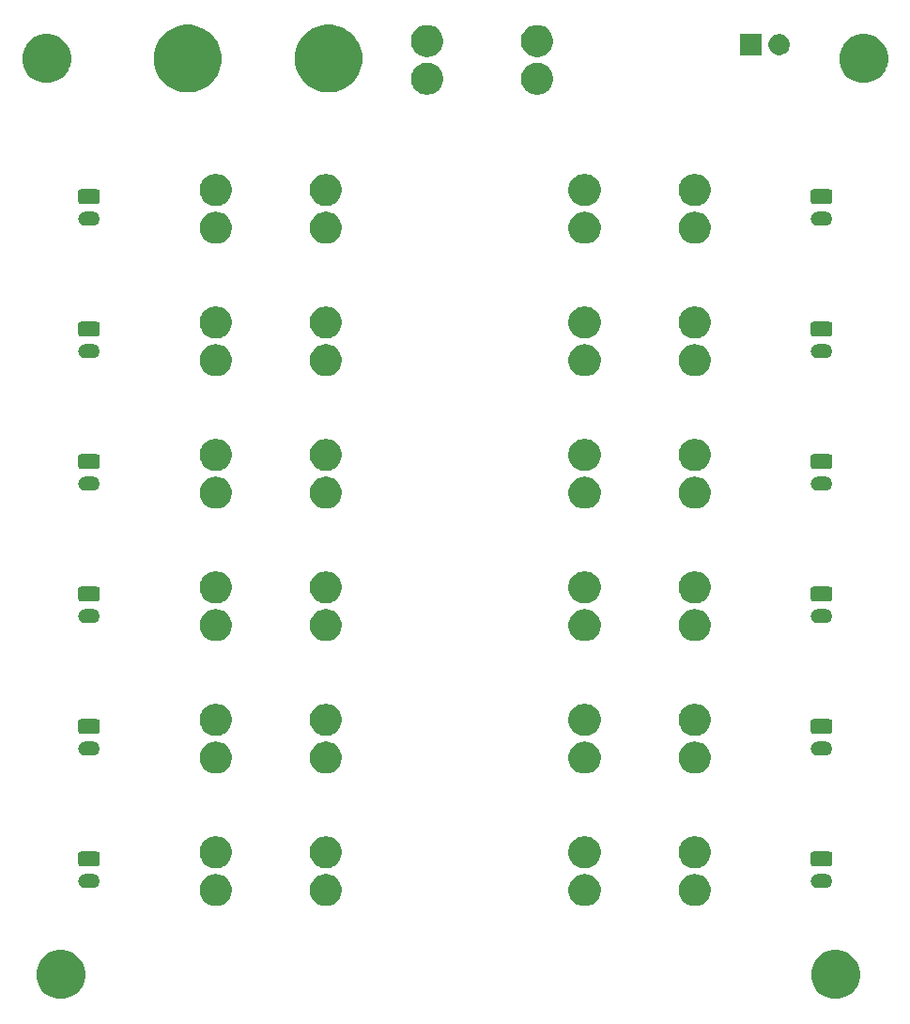
<source format=gbs>
G04 #@! TF.GenerationSoftware,KiCad,Pcbnew,(5.1.5)-3*
G04 #@! TF.CreationDate,2020-03-23T11:19:51-04:00*
G04 #@! TF.ProjectId,RedLegs_pwrbrd,5265644c-6567-4735-9f70-77726272642e,rev?*
G04 #@! TF.SameCoordinates,Original*
G04 #@! TF.FileFunction,Soldermask,Bot*
G04 #@! TF.FilePolarity,Negative*
%FSLAX46Y46*%
G04 Gerber Fmt 4.6, Leading zero omitted, Abs format (unit mm)*
G04 Created by KiCad (PCBNEW (5.1.5)-3) date 2020-03-23 11:19:51*
%MOMM*%
%LPD*%
G04 APERTURE LIST*
%ADD10C,0.100000*%
G04 APERTURE END LIST*
D10*
G36*
X189872007Y-140123582D02*
G01*
X190272563Y-140289498D01*
X190272565Y-140289499D01*
X190633056Y-140530371D01*
X190939629Y-140836944D01*
X191180501Y-141197435D01*
X191180502Y-141197437D01*
X191346418Y-141597993D01*
X191431000Y-142023219D01*
X191431000Y-142456781D01*
X191346418Y-142882007D01*
X191180502Y-143282563D01*
X191180501Y-143282565D01*
X190939629Y-143643056D01*
X190633056Y-143949629D01*
X190272565Y-144190501D01*
X190272564Y-144190502D01*
X190272563Y-144190502D01*
X189872007Y-144356418D01*
X189446781Y-144441000D01*
X189013219Y-144441000D01*
X188587993Y-144356418D01*
X188187437Y-144190502D01*
X188187436Y-144190502D01*
X188187435Y-144190501D01*
X187826944Y-143949629D01*
X187520371Y-143643056D01*
X187279499Y-143282565D01*
X187279498Y-143282563D01*
X187113582Y-142882007D01*
X187029000Y-142456781D01*
X187029000Y-142023219D01*
X187113582Y-141597993D01*
X187279498Y-141197437D01*
X187279499Y-141197435D01*
X187520371Y-140836944D01*
X187826944Y-140530371D01*
X188187435Y-140289499D01*
X188187437Y-140289498D01*
X188587993Y-140123582D01*
X189013219Y-140039000D01*
X189446781Y-140039000D01*
X189872007Y-140123582D01*
G37*
G36*
X120022007Y-140123582D02*
G01*
X120422563Y-140289498D01*
X120422565Y-140289499D01*
X120783056Y-140530371D01*
X121089629Y-140836944D01*
X121330501Y-141197435D01*
X121330502Y-141197437D01*
X121496418Y-141597993D01*
X121581000Y-142023219D01*
X121581000Y-142456781D01*
X121496418Y-142882007D01*
X121330502Y-143282563D01*
X121330501Y-143282565D01*
X121089629Y-143643056D01*
X120783056Y-143949629D01*
X120422565Y-144190501D01*
X120422564Y-144190502D01*
X120422563Y-144190502D01*
X120022007Y-144356418D01*
X119596781Y-144441000D01*
X119163219Y-144441000D01*
X118737993Y-144356418D01*
X118337437Y-144190502D01*
X118337436Y-144190502D01*
X118337435Y-144190501D01*
X117976944Y-143949629D01*
X117670371Y-143643056D01*
X117429499Y-143282565D01*
X117429498Y-143282563D01*
X117263582Y-142882007D01*
X117179000Y-142456781D01*
X117179000Y-142023219D01*
X117263582Y-141597993D01*
X117429498Y-141197437D01*
X117429499Y-141197435D01*
X117670371Y-140836944D01*
X117976944Y-140530371D01*
X118337435Y-140289499D01*
X118337437Y-140289498D01*
X118737993Y-140123582D01*
X119163219Y-140039000D01*
X119596781Y-140039000D01*
X120022007Y-140123582D01*
G37*
G36*
X133575606Y-133195645D02*
G01*
X133770324Y-133234377D01*
X133878949Y-133279371D01*
X134032568Y-133343002D01*
X134268583Y-133500702D01*
X134469298Y-133701417D01*
X134626998Y-133937432D01*
X134673764Y-134050336D01*
X134720608Y-134163426D01*
X134735623Y-134199677D01*
X134791000Y-134478073D01*
X134791000Y-134761927D01*
X134735623Y-135040323D01*
X134626998Y-135302568D01*
X134469298Y-135538583D01*
X134268583Y-135739298D01*
X134032568Y-135896998D01*
X133878949Y-135960629D01*
X133770324Y-136005623D01*
X133631125Y-136033312D01*
X133491927Y-136061000D01*
X133208073Y-136061000D01*
X133068875Y-136033312D01*
X132929676Y-136005623D01*
X132821051Y-135960629D01*
X132667432Y-135896998D01*
X132431417Y-135739298D01*
X132230702Y-135538583D01*
X132073002Y-135302568D01*
X131964377Y-135040323D01*
X131909000Y-134761927D01*
X131909000Y-134478073D01*
X131964377Y-134199677D01*
X131979393Y-134163426D01*
X132026236Y-134050336D01*
X132073002Y-133937432D01*
X132230702Y-133701417D01*
X132431417Y-133500702D01*
X132667432Y-133343002D01*
X132821051Y-133279371D01*
X132929676Y-133234377D01*
X133124394Y-133195645D01*
X133208073Y-133179000D01*
X133491927Y-133179000D01*
X133575606Y-133195645D01*
G37*
G36*
X143495606Y-133195645D02*
G01*
X143690324Y-133234377D01*
X143798949Y-133279371D01*
X143952568Y-133343002D01*
X144188583Y-133500702D01*
X144389298Y-133701417D01*
X144546998Y-133937432D01*
X144593764Y-134050336D01*
X144640608Y-134163426D01*
X144655623Y-134199677D01*
X144711000Y-134478073D01*
X144711000Y-134761927D01*
X144655623Y-135040323D01*
X144546998Y-135302568D01*
X144389298Y-135538583D01*
X144188583Y-135739298D01*
X143952568Y-135896998D01*
X143798949Y-135960629D01*
X143690324Y-136005623D01*
X143551125Y-136033312D01*
X143411927Y-136061000D01*
X143128073Y-136061000D01*
X142988875Y-136033312D01*
X142849676Y-136005623D01*
X142741051Y-135960629D01*
X142587432Y-135896998D01*
X142351417Y-135739298D01*
X142150702Y-135538583D01*
X141993002Y-135302568D01*
X141884377Y-135040323D01*
X141829000Y-134761927D01*
X141829000Y-134478073D01*
X141884377Y-134199677D01*
X141899393Y-134163426D01*
X141946236Y-134050336D01*
X141993002Y-133937432D01*
X142150702Y-133701417D01*
X142351417Y-133500702D01*
X142587432Y-133343002D01*
X142741051Y-133279371D01*
X142849676Y-133234377D01*
X143044394Y-133195645D01*
X143128073Y-133179000D01*
X143411927Y-133179000D01*
X143495606Y-133195645D01*
G37*
G36*
X166835606Y-133195645D02*
G01*
X167030324Y-133234377D01*
X167138949Y-133279371D01*
X167292568Y-133343002D01*
X167528583Y-133500702D01*
X167729298Y-133701417D01*
X167886998Y-133937432D01*
X167933764Y-134050336D01*
X167980608Y-134163426D01*
X167995623Y-134199677D01*
X168051000Y-134478073D01*
X168051000Y-134761927D01*
X167995623Y-135040323D01*
X167886998Y-135302568D01*
X167729298Y-135538583D01*
X167528583Y-135739298D01*
X167292568Y-135896998D01*
X167138949Y-135960629D01*
X167030324Y-136005623D01*
X166891125Y-136033312D01*
X166751927Y-136061000D01*
X166468073Y-136061000D01*
X166328875Y-136033312D01*
X166189676Y-136005623D01*
X166081051Y-135960629D01*
X165927432Y-135896998D01*
X165691417Y-135739298D01*
X165490702Y-135538583D01*
X165333002Y-135302568D01*
X165224377Y-135040323D01*
X165169000Y-134761927D01*
X165169000Y-134478073D01*
X165224377Y-134199677D01*
X165239393Y-134163426D01*
X165286236Y-134050336D01*
X165333002Y-133937432D01*
X165490702Y-133701417D01*
X165691417Y-133500702D01*
X165927432Y-133343002D01*
X166081051Y-133279371D01*
X166189676Y-133234377D01*
X166384394Y-133195645D01*
X166468073Y-133179000D01*
X166751927Y-133179000D01*
X166835606Y-133195645D01*
G37*
G36*
X176755606Y-133195645D02*
G01*
X176950324Y-133234377D01*
X177058949Y-133279371D01*
X177212568Y-133343002D01*
X177448583Y-133500702D01*
X177649298Y-133701417D01*
X177806998Y-133937432D01*
X177853764Y-134050336D01*
X177900608Y-134163426D01*
X177915623Y-134199677D01*
X177971000Y-134478073D01*
X177971000Y-134761927D01*
X177915623Y-135040323D01*
X177806998Y-135302568D01*
X177649298Y-135538583D01*
X177448583Y-135739298D01*
X177212568Y-135896998D01*
X177058949Y-135960629D01*
X176950324Y-136005623D01*
X176811125Y-136033312D01*
X176671927Y-136061000D01*
X176388073Y-136061000D01*
X176248875Y-136033312D01*
X176109676Y-136005623D01*
X176001051Y-135960629D01*
X175847432Y-135896998D01*
X175611417Y-135739298D01*
X175410702Y-135538583D01*
X175253002Y-135302568D01*
X175144377Y-135040323D01*
X175089000Y-134761927D01*
X175089000Y-134478073D01*
X175144377Y-134199677D01*
X175159393Y-134163426D01*
X175206236Y-134050336D01*
X175253002Y-133937432D01*
X175410702Y-133701417D01*
X175611417Y-133500702D01*
X175847432Y-133343002D01*
X176001051Y-133279371D01*
X176109676Y-133234377D01*
X176304394Y-133195645D01*
X176388073Y-133179000D01*
X176671927Y-133179000D01*
X176755606Y-133195645D01*
G37*
G36*
X188323855Y-133152140D02*
G01*
X188387618Y-133158420D01*
X188478404Y-133185960D01*
X188510336Y-133195646D01*
X188623425Y-133256094D01*
X188722554Y-133337446D01*
X188803906Y-133436575D01*
X188864354Y-133549664D01*
X188864355Y-133549668D01*
X188901580Y-133672382D01*
X188914149Y-133800000D01*
X188901580Y-133927618D01*
X188874040Y-134018404D01*
X188864354Y-134050336D01*
X188803906Y-134163425D01*
X188722554Y-134262554D01*
X188623425Y-134343906D01*
X188510336Y-134404354D01*
X188478404Y-134414040D01*
X188387618Y-134441580D01*
X188323855Y-134447860D01*
X188291974Y-134451000D01*
X187628026Y-134451000D01*
X187596145Y-134447860D01*
X187532382Y-134441580D01*
X187441596Y-134414040D01*
X187409664Y-134404354D01*
X187296575Y-134343906D01*
X187197446Y-134262554D01*
X187116094Y-134163425D01*
X187055646Y-134050336D01*
X187045960Y-134018404D01*
X187018420Y-133927618D01*
X187005851Y-133800000D01*
X187018420Y-133672382D01*
X187055645Y-133549668D01*
X187055646Y-133549664D01*
X187116094Y-133436575D01*
X187197446Y-133337446D01*
X187296575Y-133256094D01*
X187409664Y-133195646D01*
X187441596Y-133185960D01*
X187532382Y-133158420D01*
X187596145Y-133152140D01*
X187628026Y-133149000D01*
X188291974Y-133149000D01*
X188323855Y-133152140D01*
G37*
G36*
X122283855Y-133152140D02*
G01*
X122347618Y-133158420D01*
X122438404Y-133185960D01*
X122470336Y-133195646D01*
X122583425Y-133256094D01*
X122682554Y-133337446D01*
X122763906Y-133436575D01*
X122824354Y-133549664D01*
X122824355Y-133549668D01*
X122861580Y-133672382D01*
X122874149Y-133800000D01*
X122861580Y-133927618D01*
X122834040Y-134018404D01*
X122824354Y-134050336D01*
X122763906Y-134163425D01*
X122682554Y-134262554D01*
X122583425Y-134343906D01*
X122470336Y-134404354D01*
X122438404Y-134414040D01*
X122347618Y-134441580D01*
X122283855Y-134447860D01*
X122251974Y-134451000D01*
X121588026Y-134451000D01*
X121556145Y-134447860D01*
X121492382Y-134441580D01*
X121401596Y-134414040D01*
X121369664Y-134404354D01*
X121256575Y-134343906D01*
X121157446Y-134262554D01*
X121076094Y-134163425D01*
X121015646Y-134050336D01*
X121005960Y-134018404D01*
X120978420Y-133927618D01*
X120965851Y-133800000D01*
X120978420Y-133672382D01*
X121015645Y-133549668D01*
X121015646Y-133549664D01*
X121076094Y-133436575D01*
X121157446Y-133337446D01*
X121256575Y-133256094D01*
X121369664Y-133195646D01*
X121401596Y-133185960D01*
X121492382Y-133158420D01*
X121556145Y-133152140D01*
X121588026Y-133149000D01*
X122251974Y-133149000D01*
X122283855Y-133152140D01*
G37*
G36*
X133631125Y-129806689D02*
G01*
X133770324Y-129834377D01*
X133878949Y-129879371D01*
X134032568Y-129943002D01*
X134268583Y-130100702D01*
X134469298Y-130301417D01*
X134626998Y-130537432D01*
X134735623Y-130799677D01*
X134791000Y-131078073D01*
X134791000Y-131361927D01*
X134735623Y-131640323D01*
X134626998Y-131902568D01*
X134469298Y-132138583D01*
X134268583Y-132339298D01*
X134032568Y-132496998D01*
X133878949Y-132560629D01*
X133770324Y-132605623D01*
X133631125Y-132633312D01*
X133491927Y-132661000D01*
X133208073Y-132661000D01*
X133068875Y-132633312D01*
X132929676Y-132605623D01*
X132821051Y-132560629D01*
X132667432Y-132496998D01*
X132431417Y-132339298D01*
X132230702Y-132138583D01*
X132073002Y-131902568D01*
X131964377Y-131640323D01*
X131909000Y-131361927D01*
X131909000Y-131078073D01*
X131964377Y-130799677D01*
X132073002Y-130537432D01*
X132230702Y-130301417D01*
X132431417Y-130100702D01*
X132667432Y-129943002D01*
X132821051Y-129879371D01*
X132929676Y-129834377D01*
X133068875Y-129806689D01*
X133208073Y-129779000D01*
X133491927Y-129779000D01*
X133631125Y-129806689D01*
G37*
G36*
X166891125Y-129806689D02*
G01*
X167030324Y-129834377D01*
X167138949Y-129879371D01*
X167292568Y-129943002D01*
X167528583Y-130100702D01*
X167729298Y-130301417D01*
X167886998Y-130537432D01*
X167995623Y-130799677D01*
X168051000Y-131078073D01*
X168051000Y-131361927D01*
X167995623Y-131640323D01*
X167886998Y-131902568D01*
X167729298Y-132138583D01*
X167528583Y-132339298D01*
X167292568Y-132496998D01*
X167138949Y-132560629D01*
X167030324Y-132605623D01*
X166891125Y-132633312D01*
X166751927Y-132661000D01*
X166468073Y-132661000D01*
X166328875Y-132633312D01*
X166189676Y-132605623D01*
X166081051Y-132560629D01*
X165927432Y-132496998D01*
X165691417Y-132339298D01*
X165490702Y-132138583D01*
X165333002Y-131902568D01*
X165224377Y-131640323D01*
X165169000Y-131361927D01*
X165169000Y-131078073D01*
X165224377Y-130799677D01*
X165333002Y-130537432D01*
X165490702Y-130301417D01*
X165691417Y-130100702D01*
X165927432Y-129943002D01*
X166081051Y-129879371D01*
X166189676Y-129834377D01*
X166328875Y-129806689D01*
X166468073Y-129779000D01*
X166751927Y-129779000D01*
X166891125Y-129806689D01*
G37*
G36*
X176811125Y-129806689D02*
G01*
X176950324Y-129834377D01*
X177058949Y-129879371D01*
X177212568Y-129943002D01*
X177448583Y-130100702D01*
X177649298Y-130301417D01*
X177806998Y-130537432D01*
X177915623Y-130799677D01*
X177971000Y-131078073D01*
X177971000Y-131361927D01*
X177915623Y-131640323D01*
X177806998Y-131902568D01*
X177649298Y-132138583D01*
X177448583Y-132339298D01*
X177212568Y-132496998D01*
X177058949Y-132560629D01*
X176950324Y-132605623D01*
X176811125Y-132633312D01*
X176671927Y-132661000D01*
X176388073Y-132661000D01*
X176248875Y-132633312D01*
X176109676Y-132605623D01*
X176001051Y-132560629D01*
X175847432Y-132496998D01*
X175611417Y-132339298D01*
X175410702Y-132138583D01*
X175253002Y-131902568D01*
X175144377Y-131640323D01*
X175089000Y-131361927D01*
X175089000Y-131078073D01*
X175144377Y-130799677D01*
X175253002Y-130537432D01*
X175410702Y-130301417D01*
X175611417Y-130100702D01*
X175847432Y-129943002D01*
X176001051Y-129879371D01*
X176109676Y-129834377D01*
X176248875Y-129806689D01*
X176388073Y-129779000D01*
X176671927Y-129779000D01*
X176811125Y-129806689D01*
G37*
G36*
X143551125Y-129806689D02*
G01*
X143690324Y-129834377D01*
X143798949Y-129879371D01*
X143952568Y-129943002D01*
X144188583Y-130100702D01*
X144389298Y-130301417D01*
X144546998Y-130537432D01*
X144655623Y-130799677D01*
X144711000Y-131078073D01*
X144711000Y-131361927D01*
X144655623Y-131640323D01*
X144546998Y-131902568D01*
X144389298Y-132138583D01*
X144188583Y-132339298D01*
X143952568Y-132496998D01*
X143798949Y-132560629D01*
X143690324Y-132605623D01*
X143551125Y-132633312D01*
X143411927Y-132661000D01*
X143128073Y-132661000D01*
X142988875Y-132633312D01*
X142849676Y-132605623D01*
X142741051Y-132560629D01*
X142587432Y-132496998D01*
X142351417Y-132339298D01*
X142150702Y-132138583D01*
X141993002Y-131902568D01*
X141884377Y-131640323D01*
X141829000Y-131361927D01*
X141829000Y-131078073D01*
X141884377Y-130799677D01*
X141993002Y-130537432D01*
X142150702Y-130301417D01*
X142351417Y-130100702D01*
X142587432Y-129943002D01*
X142741051Y-129879371D01*
X142849676Y-129834377D01*
X142988875Y-129806689D01*
X143128073Y-129779000D01*
X143411927Y-129779000D01*
X143551125Y-129806689D01*
G37*
G36*
X122711242Y-131153404D02*
G01*
X122748337Y-131164657D01*
X122782515Y-131182925D01*
X122812481Y-131207519D01*
X122837075Y-131237485D01*
X122855343Y-131271663D01*
X122866596Y-131308758D01*
X122871000Y-131353474D01*
X122871000Y-132246526D01*
X122866596Y-132291242D01*
X122855343Y-132328337D01*
X122837075Y-132362515D01*
X122812481Y-132392481D01*
X122782515Y-132417075D01*
X122748337Y-132435343D01*
X122711242Y-132446596D01*
X122666526Y-132451000D01*
X121173474Y-132451000D01*
X121128758Y-132446596D01*
X121091663Y-132435343D01*
X121057485Y-132417075D01*
X121027519Y-132392481D01*
X121002925Y-132362515D01*
X120984657Y-132328337D01*
X120973404Y-132291242D01*
X120969000Y-132246526D01*
X120969000Y-131353474D01*
X120973404Y-131308758D01*
X120984657Y-131271663D01*
X121002925Y-131237485D01*
X121027519Y-131207519D01*
X121057485Y-131182925D01*
X121091663Y-131164657D01*
X121128758Y-131153404D01*
X121173474Y-131149000D01*
X122666526Y-131149000D01*
X122711242Y-131153404D01*
G37*
G36*
X188751242Y-131153404D02*
G01*
X188788337Y-131164657D01*
X188822515Y-131182925D01*
X188852481Y-131207519D01*
X188877075Y-131237485D01*
X188895343Y-131271663D01*
X188906596Y-131308758D01*
X188911000Y-131353474D01*
X188911000Y-132246526D01*
X188906596Y-132291242D01*
X188895343Y-132328337D01*
X188877075Y-132362515D01*
X188852481Y-132392481D01*
X188822515Y-132417075D01*
X188788337Y-132435343D01*
X188751242Y-132446596D01*
X188706526Y-132451000D01*
X187213474Y-132451000D01*
X187168758Y-132446596D01*
X187131663Y-132435343D01*
X187097485Y-132417075D01*
X187067519Y-132392481D01*
X187042925Y-132362515D01*
X187024657Y-132328337D01*
X187013404Y-132291242D01*
X187009000Y-132246526D01*
X187009000Y-131353474D01*
X187013404Y-131308758D01*
X187024657Y-131271663D01*
X187042925Y-131237485D01*
X187067519Y-131207519D01*
X187097485Y-131182925D01*
X187131663Y-131164657D01*
X187168758Y-131153404D01*
X187213474Y-131149000D01*
X188706526Y-131149000D01*
X188751242Y-131153404D01*
G37*
G36*
X176755606Y-121257645D02*
G01*
X176950324Y-121296377D01*
X177058949Y-121341371D01*
X177212568Y-121405002D01*
X177448583Y-121562702D01*
X177649298Y-121763417D01*
X177806998Y-121999432D01*
X177853764Y-122112336D01*
X177900608Y-122225426D01*
X177915623Y-122261677D01*
X177971000Y-122540073D01*
X177971000Y-122823927D01*
X177915623Y-123102323D01*
X177806998Y-123364568D01*
X177649298Y-123600583D01*
X177448583Y-123801298D01*
X177212568Y-123958998D01*
X177058949Y-124022629D01*
X176950324Y-124067623D01*
X176811125Y-124095312D01*
X176671927Y-124123000D01*
X176388073Y-124123000D01*
X176248875Y-124095312D01*
X176109676Y-124067623D01*
X176001051Y-124022629D01*
X175847432Y-123958998D01*
X175611417Y-123801298D01*
X175410702Y-123600583D01*
X175253002Y-123364568D01*
X175144377Y-123102323D01*
X175089000Y-122823927D01*
X175089000Y-122540073D01*
X175144377Y-122261677D01*
X175159393Y-122225426D01*
X175206236Y-122112336D01*
X175253002Y-121999432D01*
X175410702Y-121763417D01*
X175611417Y-121562702D01*
X175847432Y-121405002D01*
X176001051Y-121341371D01*
X176109676Y-121296377D01*
X176304394Y-121257645D01*
X176388073Y-121241000D01*
X176671927Y-121241000D01*
X176755606Y-121257645D01*
G37*
G36*
X166835606Y-121257645D02*
G01*
X167030324Y-121296377D01*
X167138949Y-121341371D01*
X167292568Y-121405002D01*
X167528583Y-121562702D01*
X167729298Y-121763417D01*
X167886998Y-121999432D01*
X167933764Y-122112336D01*
X167980608Y-122225426D01*
X167995623Y-122261677D01*
X168051000Y-122540073D01*
X168051000Y-122823927D01*
X167995623Y-123102323D01*
X167886998Y-123364568D01*
X167729298Y-123600583D01*
X167528583Y-123801298D01*
X167292568Y-123958998D01*
X167138949Y-124022629D01*
X167030324Y-124067623D01*
X166891125Y-124095312D01*
X166751927Y-124123000D01*
X166468073Y-124123000D01*
X166328875Y-124095312D01*
X166189676Y-124067623D01*
X166081051Y-124022629D01*
X165927432Y-123958998D01*
X165691417Y-123801298D01*
X165490702Y-123600583D01*
X165333002Y-123364568D01*
X165224377Y-123102323D01*
X165169000Y-122823927D01*
X165169000Y-122540073D01*
X165224377Y-122261677D01*
X165239393Y-122225426D01*
X165286236Y-122112336D01*
X165333002Y-121999432D01*
X165490702Y-121763417D01*
X165691417Y-121562702D01*
X165927432Y-121405002D01*
X166081051Y-121341371D01*
X166189676Y-121296377D01*
X166384394Y-121257645D01*
X166468073Y-121241000D01*
X166751927Y-121241000D01*
X166835606Y-121257645D01*
G37*
G36*
X143495606Y-121257645D02*
G01*
X143690324Y-121296377D01*
X143798949Y-121341371D01*
X143952568Y-121405002D01*
X144188583Y-121562702D01*
X144389298Y-121763417D01*
X144546998Y-121999432D01*
X144593764Y-122112336D01*
X144640608Y-122225426D01*
X144655623Y-122261677D01*
X144711000Y-122540073D01*
X144711000Y-122823927D01*
X144655623Y-123102323D01*
X144546998Y-123364568D01*
X144389298Y-123600583D01*
X144188583Y-123801298D01*
X143952568Y-123958998D01*
X143798949Y-124022629D01*
X143690324Y-124067623D01*
X143551125Y-124095312D01*
X143411927Y-124123000D01*
X143128073Y-124123000D01*
X142988875Y-124095312D01*
X142849676Y-124067623D01*
X142741051Y-124022629D01*
X142587432Y-123958998D01*
X142351417Y-123801298D01*
X142150702Y-123600583D01*
X141993002Y-123364568D01*
X141884377Y-123102323D01*
X141829000Y-122823927D01*
X141829000Y-122540073D01*
X141884377Y-122261677D01*
X141899393Y-122225426D01*
X141946236Y-122112336D01*
X141993002Y-121999432D01*
X142150702Y-121763417D01*
X142351417Y-121562702D01*
X142587432Y-121405002D01*
X142741051Y-121341371D01*
X142849676Y-121296377D01*
X143044394Y-121257645D01*
X143128073Y-121241000D01*
X143411927Y-121241000D01*
X143495606Y-121257645D01*
G37*
G36*
X133575606Y-121257645D02*
G01*
X133770324Y-121296377D01*
X133878949Y-121341371D01*
X134032568Y-121405002D01*
X134268583Y-121562702D01*
X134469298Y-121763417D01*
X134626998Y-121999432D01*
X134673764Y-122112336D01*
X134720608Y-122225426D01*
X134735623Y-122261677D01*
X134791000Y-122540073D01*
X134791000Y-122823927D01*
X134735623Y-123102323D01*
X134626998Y-123364568D01*
X134469298Y-123600583D01*
X134268583Y-123801298D01*
X134032568Y-123958998D01*
X133878949Y-124022629D01*
X133770324Y-124067623D01*
X133631125Y-124095312D01*
X133491927Y-124123000D01*
X133208073Y-124123000D01*
X133068875Y-124095312D01*
X132929676Y-124067623D01*
X132821051Y-124022629D01*
X132667432Y-123958998D01*
X132431417Y-123801298D01*
X132230702Y-123600583D01*
X132073002Y-123364568D01*
X131964377Y-123102323D01*
X131909000Y-122823927D01*
X131909000Y-122540073D01*
X131964377Y-122261677D01*
X131979393Y-122225426D01*
X132026236Y-122112336D01*
X132073002Y-121999432D01*
X132230702Y-121763417D01*
X132431417Y-121562702D01*
X132667432Y-121405002D01*
X132821051Y-121341371D01*
X132929676Y-121296377D01*
X133124394Y-121257645D01*
X133208073Y-121241000D01*
X133491927Y-121241000D01*
X133575606Y-121257645D01*
G37*
G36*
X122283855Y-121214140D02*
G01*
X122347618Y-121220420D01*
X122438404Y-121247960D01*
X122470336Y-121257646D01*
X122583425Y-121318094D01*
X122682554Y-121399446D01*
X122763906Y-121498575D01*
X122824354Y-121611664D01*
X122824355Y-121611668D01*
X122861580Y-121734382D01*
X122874149Y-121862000D01*
X122861580Y-121989618D01*
X122834040Y-122080404D01*
X122824354Y-122112336D01*
X122763906Y-122225425D01*
X122682554Y-122324554D01*
X122583425Y-122405906D01*
X122470336Y-122466354D01*
X122438404Y-122476040D01*
X122347618Y-122503580D01*
X122283855Y-122509860D01*
X122251974Y-122513000D01*
X121588026Y-122513000D01*
X121556145Y-122509860D01*
X121492382Y-122503580D01*
X121401596Y-122476040D01*
X121369664Y-122466354D01*
X121256575Y-122405906D01*
X121157446Y-122324554D01*
X121076094Y-122225425D01*
X121015646Y-122112336D01*
X121005960Y-122080404D01*
X120978420Y-121989618D01*
X120965851Y-121862000D01*
X120978420Y-121734382D01*
X121015645Y-121611668D01*
X121015646Y-121611664D01*
X121076094Y-121498575D01*
X121157446Y-121399446D01*
X121256575Y-121318094D01*
X121369664Y-121257646D01*
X121401596Y-121247960D01*
X121492382Y-121220420D01*
X121556145Y-121214140D01*
X121588026Y-121211000D01*
X122251974Y-121211000D01*
X122283855Y-121214140D01*
G37*
G36*
X188323855Y-121214140D02*
G01*
X188387618Y-121220420D01*
X188478404Y-121247960D01*
X188510336Y-121257646D01*
X188623425Y-121318094D01*
X188722554Y-121399446D01*
X188803906Y-121498575D01*
X188864354Y-121611664D01*
X188864355Y-121611668D01*
X188901580Y-121734382D01*
X188914149Y-121862000D01*
X188901580Y-121989618D01*
X188874040Y-122080404D01*
X188864354Y-122112336D01*
X188803906Y-122225425D01*
X188722554Y-122324554D01*
X188623425Y-122405906D01*
X188510336Y-122466354D01*
X188478404Y-122476040D01*
X188387618Y-122503580D01*
X188323855Y-122509860D01*
X188291974Y-122513000D01*
X187628026Y-122513000D01*
X187596145Y-122509860D01*
X187532382Y-122503580D01*
X187441596Y-122476040D01*
X187409664Y-122466354D01*
X187296575Y-122405906D01*
X187197446Y-122324554D01*
X187116094Y-122225425D01*
X187055646Y-122112336D01*
X187045960Y-122080404D01*
X187018420Y-121989618D01*
X187005851Y-121862000D01*
X187018420Y-121734382D01*
X187055645Y-121611668D01*
X187055646Y-121611664D01*
X187116094Y-121498575D01*
X187197446Y-121399446D01*
X187296575Y-121318094D01*
X187409664Y-121257646D01*
X187441596Y-121247960D01*
X187532382Y-121220420D01*
X187596145Y-121214140D01*
X187628026Y-121211000D01*
X188291974Y-121211000D01*
X188323855Y-121214140D01*
G37*
G36*
X166891125Y-117868688D02*
G01*
X167030324Y-117896377D01*
X167138949Y-117941371D01*
X167292568Y-118005002D01*
X167528583Y-118162702D01*
X167729298Y-118363417D01*
X167886998Y-118599432D01*
X167995623Y-118861677D01*
X168051000Y-119140073D01*
X168051000Y-119423927D01*
X167995623Y-119702323D01*
X167886998Y-119964568D01*
X167729298Y-120200583D01*
X167528583Y-120401298D01*
X167292568Y-120558998D01*
X167138949Y-120622629D01*
X167030324Y-120667623D01*
X166891125Y-120695312D01*
X166751927Y-120723000D01*
X166468073Y-120723000D01*
X166328875Y-120695312D01*
X166189676Y-120667623D01*
X166081051Y-120622629D01*
X165927432Y-120558998D01*
X165691417Y-120401298D01*
X165490702Y-120200583D01*
X165333002Y-119964568D01*
X165224377Y-119702323D01*
X165169000Y-119423927D01*
X165169000Y-119140073D01*
X165224377Y-118861677D01*
X165333002Y-118599432D01*
X165490702Y-118363417D01*
X165691417Y-118162702D01*
X165927432Y-118005002D01*
X166081051Y-117941371D01*
X166189676Y-117896377D01*
X166328875Y-117868688D01*
X166468073Y-117841000D01*
X166751927Y-117841000D01*
X166891125Y-117868688D01*
G37*
G36*
X176811125Y-117868688D02*
G01*
X176950324Y-117896377D01*
X177058949Y-117941371D01*
X177212568Y-118005002D01*
X177448583Y-118162702D01*
X177649298Y-118363417D01*
X177806998Y-118599432D01*
X177915623Y-118861677D01*
X177971000Y-119140073D01*
X177971000Y-119423927D01*
X177915623Y-119702323D01*
X177806998Y-119964568D01*
X177649298Y-120200583D01*
X177448583Y-120401298D01*
X177212568Y-120558998D01*
X177058949Y-120622629D01*
X176950324Y-120667623D01*
X176811125Y-120695312D01*
X176671927Y-120723000D01*
X176388073Y-120723000D01*
X176248875Y-120695312D01*
X176109676Y-120667623D01*
X176001051Y-120622629D01*
X175847432Y-120558998D01*
X175611417Y-120401298D01*
X175410702Y-120200583D01*
X175253002Y-119964568D01*
X175144377Y-119702323D01*
X175089000Y-119423927D01*
X175089000Y-119140073D01*
X175144377Y-118861677D01*
X175253002Y-118599432D01*
X175410702Y-118363417D01*
X175611417Y-118162702D01*
X175847432Y-118005002D01*
X176001051Y-117941371D01*
X176109676Y-117896377D01*
X176248875Y-117868688D01*
X176388073Y-117841000D01*
X176671927Y-117841000D01*
X176811125Y-117868688D01*
G37*
G36*
X143551125Y-117868688D02*
G01*
X143690324Y-117896377D01*
X143798949Y-117941371D01*
X143952568Y-118005002D01*
X144188583Y-118162702D01*
X144389298Y-118363417D01*
X144546998Y-118599432D01*
X144655623Y-118861677D01*
X144711000Y-119140073D01*
X144711000Y-119423927D01*
X144655623Y-119702323D01*
X144546998Y-119964568D01*
X144389298Y-120200583D01*
X144188583Y-120401298D01*
X143952568Y-120558998D01*
X143798949Y-120622629D01*
X143690324Y-120667623D01*
X143551125Y-120695312D01*
X143411927Y-120723000D01*
X143128073Y-120723000D01*
X142988875Y-120695312D01*
X142849676Y-120667623D01*
X142741051Y-120622629D01*
X142587432Y-120558998D01*
X142351417Y-120401298D01*
X142150702Y-120200583D01*
X141993002Y-119964568D01*
X141884377Y-119702323D01*
X141829000Y-119423927D01*
X141829000Y-119140073D01*
X141884377Y-118861677D01*
X141993002Y-118599432D01*
X142150702Y-118363417D01*
X142351417Y-118162702D01*
X142587432Y-118005002D01*
X142741051Y-117941371D01*
X142849676Y-117896377D01*
X142988875Y-117868688D01*
X143128073Y-117841000D01*
X143411927Y-117841000D01*
X143551125Y-117868688D01*
G37*
G36*
X133631125Y-117868688D02*
G01*
X133770324Y-117896377D01*
X133878949Y-117941371D01*
X134032568Y-118005002D01*
X134268583Y-118162702D01*
X134469298Y-118363417D01*
X134626998Y-118599432D01*
X134735623Y-118861677D01*
X134791000Y-119140073D01*
X134791000Y-119423927D01*
X134735623Y-119702323D01*
X134626998Y-119964568D01*
X134469298Y-120200583D01*
X134268583Y-120401298D01*
X134032568Y-120558998D01*
X133878949Y-120622629D01*
X133770324Y-120667623D01*
X133631125Y-120695312D01*
X133491927Y-120723000D01*
X133208073Y-120723000D01*
X133068875Y-120695312D01*
X132929676Y-120667623D01*
X132821051Y-120622629D01*
X132667432Y-120558998D01*
X132431417Y-120401298D01*
X132230702Y-120200583D01*
X132073002Y-119964568D01*
X131964377Y-119702323D01*
X131909000Y-119423927D01*
X131909000Y-119140073D01*
X131964377Y-118861677D01*
X132073002Y-118599432D01*
X132230702Y-118363417D01*
X132431417Y-118162702D01*
X132667432Y-118005002D01*
X132821051Y-117941371D01*
X132929676Y-117896377D01*
X133068875Y-117868688D01*
X133208073Y-117841000D01*
X133491927Y-117841000D01*
X133631125Y-117868688D01*
G37*
G36*
X188751242Y-119215404D02*
G01*
X188788337Y-119226657D01*
X188822515Y-119244925D01*
X188852481Y-119269519D01*
X188877075Y-119299485D01*
X188895343Y-119333663D01*
X188906596Y-119370758D01*
X188911000Y-119415474D01*
X188911000Y-120308526D01*
X188906596Y-120353242D01*
X188895343Y-120390337D01*
X188877075Y-120424515D01*
X188852481Y-120454481D01*
X188822515Y-120479075D01*
X188788337Y-120497343D01*
X188751242Y-120508596D01*
X188706526Y-120513000D01*
X187213474Y-120513000D01*
X187168758Y-120508596D01*
X187131663Y-120497343D01*
X187097485Y-120479075D01*
X187067519Y-120454481D01*
X187042925Y-120424515D01*
X187024657Y-120390337D01*
X187013404Y-120353242D01*
X187009000Y-120308526D01*
X187009000Y-119415474D01*
X187013404Y-119370758D01*
X187024657Y-119333663D01*
X187042925Y-119299485D01*
X187067519Y-119269519D01*
X187097485Y-119244925D01*
X187131663Y-119226657D01*
X187168758Y-119215404D01*
X187213474Y-119211000D01*
X188706526Y-119211000D01*
X188751242Y-119215404D01*
G37*
G36*
X122711242Y-119215404D02*
G01*
X122748337Y-119226657D01*
X122782515Y-119244925D01*
X122812481Y-119269519D01*
X122837075Y-119299485D01*
X122855343Y-119333663D01*
X122866596Y-119370758D01*
X122871000Y-119415474D01*
X122871000Y-120308526D01*
X122866596Y-120353242D01*
X122855343Y-120390337D01*
X122837075Y-120424515D01*
X122812481Y-120454481D01*
X122782515Y-120479075D01*
X122748337Y-120497343D01*
X122711242Y-120508596D01*
X122666526Y-120513000D01*
X121173474Y-120513000D01*
X121128758Y-120508596D01*
X121091663Y-120497343D01*
X121057485Y-120479075D01*
X121027519Y-120454481D01*
X121002925Y-120424515D01*
X120984657Y-120390337D01*
X120973404Y-120353242D01*
X120969000Y-120308526D01*
X120969000Y-119415474D01*
X120973404Y-119370758D01*
X120984657Y-119333663D01*
X121002925Y-119299485D01*
X121027519Y-119269519D01*
X121057485Y-119244925D01*
X121091663Y-119226657D01*
X121128758Y-119215404D01*
X121173474Y-119211000D01*
X122666526Y-119211000D01*
X122711242Y-119215404D01*
G37*
G36*
X176755606Y-109319645D02*
G01*
X176950324Y-109358377D01*
X177058949Y-109403371D01*
X177212568Y-109467002D01*
X177448583Y-109624702D01*
X177649298Y-109825417D01*
X177806998Y-110061432D01*
X177853764Y-110174336D01*
X177900608Y-110287426D01*
X177915623Y-110323677D01*
X177971000Y-110602073D01*
X177971000Y-110885927D01*
X177915623Y-111164323D01*
X177806998Y-111426568D01*
X177649298Y-111662583D01*
X177448583Y-111863298D01*
X177212568Y-112020998D01*
X177058949Y-112084629D01*
X176950324Y-112129623D01*
X176811125Y-112157311D01*
X176671927Y-112185000D01*
X176388073Y-112185000D01*
X176248875Y-112157311D01*
X176109676Y-112129623D01*
X176001051Y-112084629D01*
X175847432Y-112020998D01*
X175611417Y-111863298D01*
X175410702Y-111662583D01*
X175253002Y-111426568D01*
X175144377Y-111164323D01*
X175089000Y-110885927D01*
X175089000Y-110602073D01*
X175144377Y-110323677D01*
X175159393Y-110287426D01*
X175206236Y-110174336D01*
X175253002Y-110061432D01*
X175410702Y-109825417D01*
X175611417Y-109624702D01*
X175847432Y-109467002D01*
X176001051Y-109403371D01*
X176109676Y-109358377D01*
X176304394Y-109319645D01*
X176388073Y-109303000D01*
X176671927Y-109303000D01*
X176755606Y-109319645D01*
G37*
G36*
X166835606Y-109319645D02*
G01*
X167030324Y-109358377D01*
X167138949Y-109403371D01*
X167292568Y-109467002D01*
X167528583Y-109624702D01*
X167729298Y-109825417D01*
X167886998Y-110061432D01*
X167933764Y-110174336D01*
X167980608Y-110287426D01*
X167995623Y-110323677D01*
X168051000Y-110602073D01*
X168051000Y-110885927D01*
X167995623Y-111164323D01*
X167886998Y-111426568D01*
X167729298Y-111662583D01*
X167528583Y-111863298D01*
X167292568Y-112020998D01*
X167138949Y-112084629D01*
X167030324Y-112129623D01*
X166891125Y-112157311D01*
X166751927Y-112185000D01*
X166468073Y-112185000D01*
X166328875Y-112157311D01*
X166189676Y-112129623D01*
X166081051Y-112084629D01*
X165927432Y-112020998D01*
X165691417Y-111863298D01*
X165490702Y-111662583D01*
X165333002Y-111426568D01*
X165224377Y-111164323D01*
X165169000Y-110885927D01*
X165169000Y-110602073D01*
X165224377Y-110323677D01*
X165239393Y-110287426D01*
X165286236Y-110174336D01*
X165333002Y-110061432D01*
X165490702Y-109825417D01*
X165691417Y-109624702D01*
X165927432Y-109467002D01*
X166081051Y-109403371D01*
X166189676Y-109358377D01*
X166384394Y-109319645D01*
X166468073Y-109303000D01*
X166751927Y-109303000D01*
X166835606Y-109319645D01*
G37*
G36*
X133575606Y-109319645D02*
G01*
X133770324Y-109358377D01*
X133878949Y-109403371D01*
X134032568Y-109467002D01*
X134268583Y-109624702D01*
X134469298Y-109825417D01*
X134626998Y-110061432D01*
X134673764Y-110174336D01*
X134720608Y-110287426D01*
X134735623Y-110323677D01*
X134791000Y-110602073D01*
X134791000Y-110885927D01*
X134735623Y-111164323D01*
X134626998Y-111426568D01*
X134469298Y-111662583D01*
X134268583Y-111863298D01*
X134032568Y-112020998D01*
X133878949Y-112084629D01*
X133770324Y-112129623D01*
X133631125Y-112157311D01*
X133491927Y-112185000D01*
X133208073Y-112185000D01*
X133068875Y-112157311D01*
X132929676Y-112129623D01*
X132821051Y-112084629D01*
X132667432Y-112020998D01*
X132431417Y-111863298D01*
X132230702Y-111662583D01*
X132073002Y-111426568D01*
X131964377Y-111164323D01*
X131909000Y-110885927D01*
X131909000Y-110602073D01*
X131964377Y-110323677D01*
X131979393Y-110287426D01*
X132026236Y-110174336D01*
X132073002Y-110061432D01*
X132230702Y-109825417D01*
X132431417Y-109624702D01*
X132667432Y-109467002D01*
X132821051Y-109403371D01*
X132929676Y-109358377D01*
X133124394Y-109319645D01*
X133208073Y-109303000D01*
X133491927Y-109303000D01*
X133575606Y-109319645D01*
G37*
G36*
X143495606Y-109319645D02*
G01*
X143690324Y-109358377D01*
X143798949Y-109403371D01*
X143952568Y-109467002D01*
X144188583Y-109624702D01*
X144389298Y-109825417D01*
X144546998Y-110061432D01*
X144593764Y-110174336D01*
X144640608Y-110287426D01*
X144655623Y-110323677D01*
X144711000Y-110602073D01*
X144711000Y-110885927D01*
X144655623Y-111164323D01*
X144546998Y-111426568D01*
X144389298Y-111662583D01*
X144188583Y-111863298D01*
X143952568Y-112020998D01*
X143798949Y-112084629D01*
X143690324Y-112129623D01*
X143551125Y-112157311D01*
X143411927Y-112185000D01*
X143128073Y-112185000D01*
X142988875Y-112157311D01*
X142849676Y-112129623D01*
X142741051Y-112084629D01*
X142587432Y-112020998D01*
X142351417Y-111863298D01*
X142150702Y-111662583D01*
X141993002Y-111426568D01*
X141884377Y-111164323D01*
X141829000Y-110885927D01*
X141829000Y-110602073D01*
X141884377Y-110323677D01*
X141899393Y-110287426D01*
X141946236Y-110174336D01*
X141993002Y-110061432D01*
X142150702Y-109825417D01*
X142351417Y-109624702D01*
X142587432Y-109467002D01*
X142741051Y-109403371D01*
X142849676Y-109358377D01*
X143044394Y-109319645D01*
X143128073Y-109303000D01*
X143411927Y-109303000D01*
X143495606Y-109319645D01*
G37*
G36*
X188323855Y-109276140D02*
G01*
X188387618Y-109282420D01*
X188478404Y-109309960D01*
X188510336Y-109319646D01*
X188623425Y-109380094D01*
X188722554Y-109461446D01*
X188803906Y-109560575D01*
X188864354Y-109673664D01*
X188864355Y-109673668D01*
X188901580Y-109796382D01*
X188914149Y-109924000D01*
X188901580Y-110051618D01*
X188874040Y-110142404D01*
X188864354Y-110174336D01*
X188803906Y-110287425D01*
X188722554Y-110386554D01*
X188623425Y-110467906D01*
X188510336Y-110528354D01*
X188478404Y-110538040D01*
X188387618Y-110565580D01*
X188323855Y-110571860D01*
X188291974Y-110575000D01*
X187628026Y-110575000D01*
X187596145Y-110571860D01*
X187532382Y-110565580D01*
X187441596Y-110538040D01*
X187409664Y-110528354D01*
X187296575Y-110467906D01*
X187197446Y-110386554D01*
X187116094Y-110287425D01*
X187055646Y-110174336D01*
X187045960Y-110142404D01*
X187018420Y-110051618D01*
X187005851Y-109924000D01*
X187018420Y-109796382D01*
X187055645Y-109673668D01*
X187055646Y-109673664D01*
X187116094Y-109560575D01*
X187197446Y-109461446D01*
X187296575Y-109380094D01*
X187409664Y-109319646D01*
X187441596Y-109309960D01*
X187532382Y-109282420D01*
X187596145Y-109276140D01*
X187628026Y-109273000D01*
X188291974Y-109273000D01*
X188323855Y-109276140D01*
G37*
G36*
X122283855Y-109276140D02*
G01*
X122347618Y-109282420D01*
X122438404Y-109309960D01*
X122470336Y-109319646D01*
X122583425Y-109380094D01*
X122682554Y-109461446D01*
X122763906Y-109560575D01*
X122824354Y-109673664D01*
X122824355Y-109673668D01*
X122861580Y-109796382D01*
X122874149Y-109924000D01*
X122861580Y-110051618D01*
X122834040Y-110142404D01*
X122824354Y-110174336D01*
X122763906Y-110287425D01*
X122682554Y-110386554D01*
X122583425Y-110467906D01*
X122470336Y-110528354D01*
X122438404Y-110538040D01*
X122347618Y-110565580D01*
X122283855Y-110571860D01*
X122251974Y-110575000D01*
X121588026Y-110575000D01*
X121556145Y-110571860D01*
X121492382Y-110565580D01*
X121401596Y-110538040D01*
X121369664Y-110528354D01*
X121256575Y-110467906D01*
X121157446Y-110386554D01*
X121076094Y-110287425D01*
X121015646Y-110174336D01*
X121005960Y-110142404D01*
X120978420Y-110051618D01*
X120965851Y-109924000D01*
X120978420Y-109796382D01*
X121015645Y-109673668D01*
X121015646Y-109673664D01*
X121076094Y-109560575D01*
X121157446Y-109461446D01*
X121256575Y-109380094D01*
X121369664Y-109319646D01*
X121401596Y-109309960D01*
X121492382Y-109282420D01*
X121556145Y-109276140D01*
X121588026Y-109273000D01*
X122251974Y-109273000D01*
X122283855Y-109276140D01*
G37*
G36*
X166891125Y-105930689D02*
G01*
X167030324Y-105958377D01*
X167138949Y-106003371D01*
X167292568Y-106067002D01*
X167528583Y-106224702D01*
X167729298Y-106425417D01*
X167886998Y-106661432D01*
X167995623Y-106923677D01*
X168051000Y-107202073D01*
X168051000Y-107485927D01*
X167995623Y-107764323D01*
X167886998Y-108026568D01*
X167729298Y-108262583D01*
X167528583Y-108463298D01*
X167292568Y-108620998D01*
X167138949Y-108684629D01*
X167030324Y-108729623D01*
X166891125Y-108757311D01*
X166751927Y-108785000D01*
X166468073Y-108785000D01*
X166328875Y-108757311D01*
X166189676Y-108729623D01*
X166081051Y-108684629D01*
X165927432Y-108620998D01*
X165691417Y-108463298D01*
X165490702Y-108262583D01*
X165333002Y-108026568D01*
X165224377Y-107764323D01*
X165169000Y-107485927D01*
X165169000Y-107202073D01*
X165224377Y-106923677D01*
X165333002Y-106661432D01*
X165490702Y-106425417D01*
X165691417Y-106224702D01*
X165927432Y-106067002D01*
X166081051Y-106003371D01*
X166189676Y-105958377D01*
X166328875Y-105930689D01*
X166468073Y-105903000D01*
X166751927Y-105903000D01*
X166891125Y-105930689D01*
G37*
G36*
X133631125Y-105930689D02*
G01*
X133770324Y-105958377D01*
X133878949Y-106003371D01*
X134032568Y-106067002D01*
X134268583Y-106224702D01*
X134469298Y-106425417D01*
X134626998Y-106661432D01*
X134735623Y-106923677D01*
X134791000Y-107202073D01*
X134791000Y-107485927D01*
X134735623Y-107764323D01*
X134626998Y-108026568D01*
X134469298Y-108262583D01*
X134268583Y-108463298D01*
X134032568Y-108620998D01*
X133878949Y-108684629D01*
X133770324Y-108729623D01*
X133631125Y-108757311D01*
X133491927Y-108785000D01*
X133208073Y-108785000D01*
X133068875Y-108757311D01*
X132929676Y-108729623D01*
X132821051Y-108684629D01*
X132667432Y-108620998D01*
X132431417Y-108463298D01*
X132230702Y-108262583D01*
X132073002Y-108026568D01*
X131964377Y-107764323D01*
X131909000Y-107485927D01*
X131909000Y-107202073D01*
X131964377Y-106923677D01*
X132073002Y-106661432D01*
X132230702Y-106425417D01*
X132431417Y-106224702D01*
X132667432Y-106067002D01*
X132821051Y-106003371D01*
X132929676Y-105958377D01*
X133068875Y-105930689D01*
X133208073Y-105903000D01*
X133491927Y-105903000D01*
X133631125Y-105930689D01*
G37*
G36*
X143551125Y-105930689D02*
G01*
X143690324Y-105958377D01*
X143798949Y-106003371D01*
X143952568Y-106067002D01*
X144188583Y-106224702D01*
X144389298Y-106425417D01*
X144546998Y-106661432D01*
X144655623Y-106923677D01*
X144711000Y-107202073D01*
X144711000Y-107485927D01*
X144655623Y-107764323D01*
X144546998Y-108026568D01*
X144389298Y-108262583D01*
X144188583Y-108463298D01*
X143952568Y-108620998D01*
X143798949Y-108684629D01*
X143690324Y-108729623D01*
X143551125Y-108757311D01*
X143411927Y-108785000D01*
X143128073Y-108785000D01*
X142988875Y-108757311D01*
X142849676Y-108729623D01*
X142741051Y-108684629D01*
X142587432Y-108620998D01*
X142351417Y-108463298D01*
X142150702Y-108262583D01*
X141993002Y-108026568D01*
X141884377Y-107764323D01*
X141829000Y-107485927D01*
X141829000Y-107202073D01*
X141884377Y-106923677D01*
X141993002Y-106661432D01*
X142150702Y-106425417D01*
X142351417Y-106224702D01*
X142587432Y-106067002D01*
X142741051Y-106003371D01*
X142849676Y-105958377D01*
X142988875Y-105930689D01*
X143128073Y-105903000D01*
X143411927Y-105903000D01*
X143551125Y-105930689D01*
G37*
G36*
X176811125Y-105930689D02*
G01*
X176950324Y-105958377D01*
X177058949Y-106003371D01*
X177212568Y-106067002D01*
X177448583Y-106224702D01*
X177649298Y-106425417D01*
X177806998Y-106661432D01*
X177915623Y-106923677D01*
X177971000Y-107202073D01*
X177971000Y-107485927D01*
X177915623Y-107764323D01*
X177806998Y-108026568D01*
X177649298Y-108262583D01*
X177448583Y-108463298D01*
X177212568Y-108620998D01*
X177058949Y-108684629D01*
X176950324Y-108729623D01*
X176811125Y-108757311D01*
X176671927Y-108785000D01*
X176388073Y-108785000D01*
X176248875Y-108757311D01*
X176109676Y-108729623D01*
X176001051Y-108684629D01*
X175847432Y-108620998D01*
X175611417Y-108463298D01*
X175410702Y-108262583D01*
X175253002Y-108026568D01*
X175144377Y-107764323D01*
X175089000Y-107485927D01*
X175089000Y-107202073D01*
X175144377Y-106923677D01*
X175253002Y-106661432D01*
X175410702Y-106425417D01*
X175611417Y-106224702D01*
X175847432Y-106067002D01*
X176001051Y-106003371D01*
X176109676Y-105958377D01*
X176248875Y-105930689D01*
X176388073Y-105903000D01*
X176671927Y-105903000D01*
X176811125Y-105930689D01*
G37*
G36*
X122711242Y-107277404D02*
G01*
X122748337Y-107288657D01*
X122782515Y-107306925D01*
X122812481Y-107331519D01*
X122837075Y-107361485D01*
X122855343Y-107395663D01*
X122866596Y-107432758D01*
X122871000Y-107477474D01*
X122871000Y-108370526D01*
X122866596Y-108415242D01*
X122855343Y-108452337D01*
X122837075Y-108486515D01*
X122812481Y-108516481D01*
X122782515Y-108541075D01*
X122748337Y-108559343D01*
X122711242Y-108570596D01*
X122666526Y-108575000D01*
X121173474Y-108575000D01*
X121128758Y-108570596D01*
X121091663Y-108559343D01*
X121057485Y-108541075D01*
X121027519Y-108516481D01*
X121002925Y-108486515D01*
X120984657Y-108452337D01*
X120973404Y-108415242D01*
X120969000Y-108370526D01*
X120969000Y-107477474D01*
X120973404Y-107432758D01*
X120984657Y-107395663D01*
X121002925Y-107361485D01*
X121027519Y-107331519D01*
X121057485Y-107306925D01*
X121091663Y-107288657D01*
X121128758Y-107277404D01*
X121173474Y-107273000D01*
X122666526Y-107273000D01*
X122711242Y-107277404D01*
G37*
G36*
X188751242Y-107277404D02*
G01*
X188788337Y-107288657D01*
X188822515Y-107306925D01*
X188852481Y-107331519D01*
X188877075Y-107361485D01*
X188895343Y-107395663D01*
X188906596Y-107432758D01*
X188911000Y-107477474D01*
X188911000Y-108370526D01*
X188906596Y-108415242D01*
X188895343Y-108452337D01*
X188877075Y-108486515D01*
X188852481Y-108516481D01*
X188822515Y-108541075D01*
X188788337Y-108559343D01*
X188751242Y-108570596D01*
X188706526Y-108575000D01*
X187213474Y-108575000D01*
X187168758Y-108570596D01*
X187131663Y-108559343D01*
X187097485Y-108541075D01*
X187067519Y-108516481D01*
X187042925Y-108486515D01*
X187024657Y-108452337D01*
X187013404Y-108415242D01*
X187009000Y-108370526D01*
X187009000Y-107477474D01*
X187013404Y-107432758D01*
X187024657Y-107395663D01*
X187042925Y-107361485D01*
X187067519Y-107331519D01*
X187097485Y-107306925D01*
X187131663Y-107288657D01*
X187168758Y-107277404D01*
X187213474Y-107273000D01*
X188706526Y-107273000D01*
X188751242Y-107277404D01*
G37*
G36*
X143495606Y-97381645D02*
G01*
X143690324Y-97420377D01*
X143798949Y-97465371D01*
X143952568Y-97529002D01*
X144188583Y-97686702D01*
X144389298Y-97887417D01*
X144546998Y-98123432D01*
X144593764Y-98236336D01*
X144640608Y-98349426D01*
X144655623Y-98385677D01*
X144711000Y-98664073D01*
X144711000Y-98947927D01*
X144655623Y-99226323D01*
X144546998Y-99488568D01*
X144389298Y-99724583D01*
X144188583Y-99925298D01*
X143952568Y-100082998D01*
X143798949Y-100146629D01*
X143690324Y-100191623D01*
X143551125Y-100219312D01*
X143411927Y-100247000D01*
X143128073Y-100247000D01*
X142988875Y-100219312D01*
X142849676Y-100191623D01*
X142741051Y-100146629D01*
X142587432Y-100082998D01*
X142351417Y-99925298D01*
X142150702Y-99724583D01*
X141993002Y-99488568D01*
X141884377Y-99226323D01*
X141829000Y-98947927D01*
X141829000Y-98664073D01*
X141884377Y-98385677D01*
X141899393Y-98349426D01*
X141946236Y-98236336D01*
X141993002Y-98123432D01*
X142150702Y-97887417D01*
X142351417Y-97686702D01*
X142587432Y-97529002D01*
X142741051Y-97465371D01*
X142849676Y-97420377D01*
X143044394Y-97381645D01*
X143128073Y-97365000D01*
X143411927Y-97365000D01*
X143495606Y-97381645D01*
G37*
G36*
X133575606Y-97381645D02*
G01*
X133770324Y-97420377D01*
X133878949Y-97465371D01*
X134032568Y-97529002D01*
X134268583Y-97686702D01*
X134469298Y-97887417D01*
X134626998Y-98123432D01*
X134673764Y-98236336D01*
X134720608Y-98349426D01*
X134735623Y-98385677D01*
X134791000Y-98664073D01*
X134791000Y-98947927D01*
X134735623Y-99226323D01*
X134626998Y-99488568D01*
X134469298Y-99724583D01*
X134268583Y-99925298D01*
X134032568Y-100082998D01*
X133878949Y-100146629D01*
X133770324Y-100191623D01*
X133631125Y-100219312D01*
X133491927Y-100247000D01*
X133208073Y-100247000D01*
X133068875Y-100219312D01*
X132929676Y-100191623D01*
X132821051Y-100146629D01*
X132667432Y-100082998D01*
X132431417Y-99925298D01*
X132230702Y-99724583D01*
X132073002Y-99488568D01*
X131964377Y-99226323D01*
X131909000Y-98947927D01*
X131909000Y-98664073D01*
X131964377Y-98385677D01*
X131979393Y-98349426D01*
X132026236Y-98236336D01*
X132073002Y-98123432D01*
X132230702Y-97887417D01*
X132431417Y-97686702D01*
X132667432Y-97529002D01*
X132821051Y-97465371D01*
X132929676Y-97420377D01*
X133124394Y-97381645D01*
X133208073Y-97365000D01*
X133491927Y-97365000D01*
X133575606Y-97381645D01*
G37*
G36*
X176755606Y-97381645D02*
G01*
X176950324Y-97420377D01*
X177058949Y-97465371D01*
X177212568Y-97529002D01*
X177448583Y-97686702D01*
X177649298Y-97887417D01*
X177806998Y-98123432D01*
X177853764Y-98236336D01*
X177900608Y-98349426D01*
X177915623Y-98385677D01*
X177971000Y-98664073D01*
X177971000Y-98947927D01*
X177915623Y-99226323D01*
X177806998Y-99488568D01*
X177649298Y-99724583D01*
X177448583Y-99925298D01*
X177212568Y-100082998D01*
X177058949Y-100146629D01*
X176950324Y-100191623D01*
X176811125Y-100219312D01*
X176671927Y-100247000D01*
X176388073Y-100247000D01*
X176248875Y-100219312D01*
X176109676Y-100191623D01*
X176001051Y-100146629D01*
X175847432Y-100082998D01*
X175611417Y-99925298D01*
X175410702Y-99724583D01*
X175253002Y-99488568D01*
X175144377Y-99226323D01*
X175089000Y-98947927D01*
X175089000Y-98664073D01*
X175144377Y-98385677D01*
X175159393Y-98349426D01*
X175206236Y-98236336D01*
X175253002Y-98123432D01*
X175410702Y-97887417D01*
X175611417Y-97686702D01*
X175847432Y-97529002D01*
X176001051Y-97465371D01*
X176109676Y-97420377D01*
X176304394Y-97381645D01*
X176388073Y-97365000D01*
X176671927Y-97365000D01*
X176755606Y-97381645D01*
G37*
G36*
X166835606Y-97381645D02*
G01*
X167030324Y-97420377D01*
X167138949Y-97465371D01*
X167292568Y-97529002D01*
X167528583Y-97686702D01*
X167729298Y-97887417D01*
X167886998Y-98123432D01*
X167933764Y-98236336D01*
X167980608Y-98349426D01*
X167995623Y-98385677D01*
X168051000Y-98664073D01*
X168051000Y-98947927D01*
X167995623Y-99226323D01*
X167886998Y-99488568D01*
X167729298Y-99724583D01*
X167528583Y-99925298D01*
X167292568Y-100082998D01*
X167138949Y-100146629D01*
X167030324Y-100191623D01*
X166891125Y-100219312D01*
X166751927Y-100247000D01*
X166468073Y-100247000D01*
X166328875Y-100219312D01*
X166189676Y-100191623D01*
X166081051Y-100146629D01*
X165927432Y-100082998D01*
X165691417Y-99925298D01*
X165490702Y-99724583D01*
X165333002Y-99488568D01*
X165224377Y-99226323D01*
X165169000Y-98947927D01*
X165169000Y-98664073D01*
X165224377Y-98385677D01*
X165239393Y-98349426D01*
X165286236Y-98236336D01*
X165333002Y-98123432D01*
X165490702Y-97887417D01*
X165691417Y-97686702D01*
X165927432Y-97529002D01*
X166081051Y-97465371D01*
X166189676Y-97420377D01*
X166384394Y-97381645D01*
X166468073Y-97365000D01*
X166751927Y-97365000D01*
X166835606Y-97381645D01*
G37*
G36*
X188323855Y-97338140D02*
G01*
X188387618Y-97344420D01*
X188478404Y-97371960D01*
X188510336Y-97381646D01*
X188623425Y-97442094D01*
X188722554Y-97523446D01*
X188803906Y-97622575D01*
X188864354Y-97735664D01*
X188864355Y-97735668D01*
X188901580Y-97858382D01*
X188914149Y-97986000D01*
X188901580Y-98113618D01*
X188874040Y-98204404D01*
X188864354Y-98236336D01*
X188803906Y-98349425D01*
X188722554Y-98448554D01*
X188623425Y-98529906D01*
X188510336Y-98590354D01*
X188478404Y-98600040D01*
X188387618Y-98627580D01*
X188323855Y-98633860D01*
X188291974Y-98637000D01*
X187628026Y-98637000D01*
X187596145Y-98633860D01*
X187532382Y-98627580D01*
X187441596Y-98600040D01*
X187409664Y-98590354D01*
X187296575Y-98529906D01*
X187197446Y-98448554D01*
X187116094Y-98349425D01*
X187055646Y-98236336D01*
X187045960Y-98204404D01*
X187018420Y-98113618D01*
X187005851Y-97986000D01*
X187018420Y-97858382D01*
X187055645Y-97735668D01*
X187055646Y-97735664D01*
X187116094Y-97622575D01*
X187197446Y-97523446D01*
X187296575Y-97442094D01*
X187409664Y-97381646D01*
X187441596Y-97371960D01*
X187532382Y-97344420D01*
X187596145Y-97338140D01*
X187628026Y-97335000D01*
X188291974Y-97335000D01*
X188323855Y-97338140D01*
G37*
G36*
X122283855Y-97338140D02*
G01*
X122347618Y-97344420D01*
X122438404Y-97371960D01*
X122470336Y-97381646D01*
X122583425Y-97442094D01*
X122682554Y-97523446D01*
X122763906Y-97622575D01*
X122824354Y-97735664D01*
X122824355Y-97735668D01*
X122861580Y-97858382D01*
X122874149Y-97986000D01*
X122861580Y-98113618D01*
X122834040Y-98204404D01*
X122824354Y-98236336D01*
X122763906Y-98349425D01*
X122682554Y-98448554D01*
X122583425Y-98529906D01*
X122470336Y-98590354D01*
X122438404Y-98600040D01*
X122347618Y-98627580D01*
X122283855Y-98633860D01*
X122251974Y-98637000D01*
X121588026Y-98637000D01*
X121556145Y-98633860D01*
X121492382Y-98627580D01*
X121401596Y-98600040D01*
X121369664Y-98590354D01*
X121256575Y-98529906D01*
X121157446Y-98448554D01*
X121076094Y-98349425D01*
X121015646Y-98236336D01*
X121005960Y-98204404D01*
X120978420Y-98113618D01*
X120965851Y-97986000D01*
X120978420Y-97858382D01*
X121015645Y-97735668D01*
X121015646Y-97735664D01*
X121076094Y-97622575D01*
X121157446Y-97523446D01*
X121256575Y-97442094D01*
X121369664Y-97381646D01*
X121401596Y-97371960D01*
X121492382Y-97344420D01*
X121556145Y-97338140D01*
X121588026Y-97335000D01*
X122251974Y-97335000D01*
X122283855Y-97338140D01*
G37*
G36*
X176811125Y-93992688D02*
G01*
X176950324Y-94020377D01*
X177058949Y-94065371D01*
X177212568Y-94129002D01*
X177448583Y-94286702D01*
X177649298Y-94487417D01*
X177806998Y-94723432D01*
X177915623Y-94985677D01*
X177971000Y-95264073D01*
X177971000Y-95547927D01*
X177915623Y-95826323D01*
X177806998Y-96088568D01*
X177649298Y-96324583D01*
X177448583Y-96525298D01*
X177212568Y-96682998D01*
X177058949Y-96746629D01*
X176950324Y-96791623D01*
X176811125Y-96819311D01*
X176671927Y-96847000D01*
X176388073Y-96847000D01*
X176248875Y-96819311D01*
X176109676Y-96791623D01*
X176001051Y-96746629D01*
X175847432Y-96682998D01*
X175611417Y-96525298D01*
X175410702Y-96324583D01*
X175253002Y-96088568D01*
X175144377Y-95826323D01*
X175089000Y-95547927D01*
X175089000Y-95264073D01*
X175144377Y-94985677D01*
X175253002Y-94723432D01*
X175410702Y-94487417D01*
X175611417Y-94286702D01*
X175847432Y-94129002D01*
X176001051Y-94065371D01*
X176109676Y-94020377D01*
X176248875Y-93992689D01*
X176388073Y-93965000D01*
X176671927Y-93965000D01*
X176811125Y-93992688D01*
G37*
G36*
X133631125Y-93992688D02*
G01*
X133770324Y-94020377D01*
X133878949Y-94065371D01*
X134032568Y-94129002D01*
X134268583Y-94286702D01*
X134469298Y-94487417D01*
X134626998Y-94723432D01*
X134735623Y-94985677D01*
X134791000Y-95264073D01*
X134791000Y-95547927D01*
X134735623Y-95826323D01*
X134626998Y-96088568D01*
X134469298Y-96324583D01*
X134268583Y-96525298D01*
X134032568Y-96682998D01*
X133878949Y-96746629D01*
X133770324Y-96791623D01*
X133631125Y-96819311D01*
X133491927Y-96847000D01*
X133208073Y-96847000D01*
X133068875Y-96819311D01*
X132929676Y-96791623D01*
X132821051Y-96746629D01*
X132667432Y-96682998D01*
X132431417Y-96525298D01*
X132230702Y-96324583D01*
X132073002Y-96088568D01*
X131964377Y-95826323D01*
X131909000Y-95547927D01*
X131909000Y-95264073D01*
X131964377Y-94985677D01*
X132073002Y-94723432D01*
X132230702Y-94487417D01*
X132431417Y-94286702D01*
X132667432Y-94129002D01*
X132821051Y-94065371D01*
X132929676Y-94020377D01*
X133068875Y-93992689D01*
X133208073Y-93965000D01*
X133491927Y-93965000D01*
X133631125Y-93992688D01*
G37*
G36*
X143551125Y-93992688D02*
G01*
X143690324Y-94020377D01*
X143798949Y-94065371D01*
X143952568Y-94129002D01*
X144188583Y-94286702D01*
X144389298Y-94487417D01*
X144546998Y-94723432D01*
X144655623Y-94985677D01*
X144711000Y-95264073D01*
X144711000Y-95547927D01*
X144655623Y-95826323D01*
X144546998Y-96088568D01*
X144389298Y-96324583D01*
X144188583Y-96525298D01*
X143952568Y-96682998D01*
X143798949Y-96746629D01*
X143690324Y-96791623D01*
X143551125Y-96819311D01*
X143411927Y-96847000D01*
X143128073Y-96847000D01*
X142988875Y-96819311D01*
X142849676Y-96791623D01*
X142741051Y-96746629D01*
X142587432Y-96682998D01*
X142351417Y-96525298D01*
X142150702Y-96324583D01*
X141993002Y-96088568D01*
X141884377Y-95826323D01*
X141829000Y-95547927D01*
X141829000Y-95264073D01*
X141884377Y-94985677D01*
X141993002Y-94723432D01*
X142150702Y-94487417D01*
X142351417Y-94286702D01*
X142587432Y-94129002D01*
X142741051Y-94065371D01*
X142849676Y-94020377D01*
X142988875Y-93992689D01*
X143128073Y-93965000D01*
X143411927Y-93965000D01*
X143551125Y-93992688D01*
G37*
G36*
X166891125Y-93992688D02*
G01*
X167030324Y-94020377D01*
X167138949Y-94065371D01*
X167292568Y-94129002D01*
X167528583Y-94286702D01*
X167729298Y-94487417D01*
X167886998Y-94723432D01*
X167995623Y-94985677D01*
X168051000Y-95264073D01*
X168051000Y-95547927D01*
X167995623Y-95826323D01*
X167886998Y-96088568D01*
X167729298Y-96324583D01*
X167528583Y-96525298D01*
X167292568Y-96682998D01*
X167138949Y-96746629D01*
X167030324Y-96791623D01*
X166891125Y-96819311D01*
X166751927Y-96847000D01*
X166468073Y-96847000D01*
X166328875Y-96819311D01*
X166189676Y-96791623D01*
X166081051Y-96746629D01*
X165927432Y-96682998D01*
X165691417Y-96525298D01*
X165490702Y-96324583D01*
X165333002Y-96088568D01*
X165224377Y-95826323D01*
X165169000Y-95547927D01*
X165169000Y-95264073D01*
X165224377Y-94985677D01*
X165333002Y-94723432D01*
X165490702Y-94487417D01*
X165691417Y-94286702D01*
X165927432Y-94129002D01*
X166081051Y-94065371D01*
X166189676Y-94020377D01*
X166328875Y-93992689D01*
X166468073Y-93965000D01*
X166751927Y-93965000D01*
X166891125Y-93992688D01*
G37*
G36*
X122711242Y-95339404D02*
G01*
X122748337Y-95350657D01*
X122782515Y-95368925D01*
X122812481Y-95393519D01*
X122837075Y-95423485D01*
X122855343Y-95457663D01*
X122866596Y-95494758D01*
X122871000Y-95539474D01*
X122871000Y-96432526D01*
X122866596Y-96477242D01*
X122855343Y-96514337D01*
X122837075Y-96548515D01*
X122812481Y-96578481D01*
X122782515Y-96603075D01*
X122748337Y-96621343D01*
X122711242Y-96632596D01*
X122666526Y-96637000D01*
X121173474Y-96637000D01*
X121128758Y-96632596D01*
X121091663Y-96621343D01*
X121057485Y-96603075D01*
X121027519Y-96578481D01*
X121002925Y-96548515D01*
X120984657Y-96514337D01*
X120973404Y-96477242D01*
X120969000Y-96432526D01*
X120969000Y-95539474D01*
X120973404Y-95494758D01*
X120984657Y-95457663D01*
X121002925Y-95423485D01*
X121027519Y-95393519D01*
X121057485Y-95368925D01*
X121091663Y-95350657D01*
X121128758Y-95339404D01*
X121173474Y-95335000D01*
X122666526Y-95335000D01*
X122711242Y-95339404D01*
G37*
G36*
X188751242Y-95339404D02*
G01*
X188788337Y-95350657D01*
X188822515Y-95368925D01*
X188852481Y-95393519D01*
X188877075Y-95423485D01*
X188895343Y-95457663D01*
X188906596Y-95494758D01*
X188911000Y-95539474D01*
X188911000Y-96432526D01*
X188906596Y-96477242D01*
X188895343Y-96514337D01*
X188877075Y-96548515D01*
X188852481Y-96578481D01*
X188822515Y-96603075D01*
X188788337Y-96621343D01*
X188751242Y-96632596D01*
X188706526Y-96637000D01*
X187213474Y-96637000D01*
X187168758Y-96632596D01*
X187131663Y-96621343D01*
X187097485Y-96603075D01*
X187067519Y-96578481D01*
X187042925Y-96548515D01*
X187024657Y-96514337D01*
X187013404Y-96477242D01*
X187009000Y-96432526D01*
X187009000Y-95539474D01*
X187013404Y-95494758D01*
X187024657Y-95457663D01*
X187042925Y-95423485D01*
X187067519Y-95393519D01*
X187097485Y-95368925D01*
X187131663Y-95350657D01*
X187168758Y-95339404D01*
X187213474Y-95335000D01*
X188706526Y-95335000D01*
X188751242Y-95339404D01*
G37*
G36*
X166835606Y-85443645D02*
G01*
X167030324Y-85482377D01*
X167138949Y-85527371D01*
X167292568Y-85591002D01*
X167528583Y-85748702D01*
X167729298Y-85949417D01*
X167886998Y-86185432D01*
X167933764Y-86298336D01*
X167980608Y-86411426D01*
X167995623Y-86447677D01*
X168051000Y-86726073D01*
X168051000Y-87009927D01*
X167995623Y-87288323D01*
X167886998Y-87550568D01*
X167729298Y-87786583D01*
X167528583Y-87987298D01*
X167292568Y-88144998D01*
X167138949Y-88208629D01*
X167030324Y-88253623D01*
X166891125Y-88281311D01*
X166751927Y-88309000D01*
X166468073Y-88309000D01*
X166328875Y-88281312D01*
X166189676Y-88253623D01*
X166081051Y-88208629D01*
X165927432Y-88144998D01*
X165691417Y-87987298D01*
X165490702Y-87786583D01*
X165333002Y-87550568D01*
X165224377Y-87288323D01*
X165169000Y-87009927D01*
X165169000Y-86726073D01*
X165224377Y-86447677D01*
X165239393Y-86411426D01*
X165286236Y-86298336D01*
X165333002Y-86185432D01*
X165490702Y-85949417D01*
X165691417Y-85748702D01*
X165927432Y-85591002D01*
X166081051Y-85527371D01*
X166189676Y-85482377D01*
X166384394Y-85443645D01*
X166468073Y-85427000D01*
X166751927Y-85427000D01*
X166835606Y-85443645D01*
G37*
G36*
X133575606Y-85443645D02*
G01*
X133770324Y-85482377D01*
X133878949Y-85527371D01*
X134032568Y-85591002D01*
X134268583Y-85748702D01*
X134469298Y-85949417D01*
X134626998Y-86185432D01*
X134673764Y-86298336D01*
X134720608Y-86411426D01*
X134735623Y-86447677D01*
X134791000Y-86726073D01*
X134791000Y-87009927D01*
X134735623Y-87288323D01*
X134626998Y-87550568D01*
X134469298Y-87786583D01*
X134268583Y-87987298D01*
X134032568Y-88144998D01*
X133878949Y-88208629D01*
X133770324Y-88253623D01*
X133631125Y-88281311D01*
X133491927Y-88309000D01*
X133208073Y-88309000D01*
X133068875Y-88281312D01*
X132929676Y-88253623D01*
X132821051Y-88208629D01*
X132667432Y-88144998D01*
X132431417Y-87987298D01*
X132230702Y-87786583D01*
X132073002Y-87550568D01*
X131964377Y-87288323D01*
X131909000Y-87009927D01*
X131909000Y-86726073D01*
X131964377Y-86447677D01*
X131979393Y-86411426D01*
X132026236Y-86298336D01*
X132073002Y-86185432D01*
X132230702Y-85949417D01*
X132431417Y-85748702D01*
X132667432Y-85591002D01*
X132821051Y-85527371D01*
X132929676Y-85482377D01*
X133124394Y-85443645D01*
X133208073Y-85427000D01*
X133491927Y-85427000D01*
X133575606Y-85443645D01*
G37*
G36*
X143495606Y-85443645D02*
G01*
X143690324Y-85482377D01*
X143798949Y-85527371D01*
X143952568Y-85591002D01*
X144188583Y-85748702D01*
X144389298Y-85949417D01*
X144546998Y-86185432D01*
X144593764Y-86298336D01*
X144640608Y-86411426D01*
X144655623Y-86447677D01*
X144711000Y-86726073D01*
X144711000Y-87009927D01*
X144655623Y-87288323D01*
X144546998Y-87550568D01*
X144389298Y-87786583D01*
X144188583Y-87987298D01*
X143952568Y-88144998D01*
X143798949Y-88208629D01*
X143690324Y-88253623D01*
X143551125Y-88281311D01*
X143411927Y-88309000D01*
X143128073Y-88309000D01*
X142988875Y-88281312D01*
X142849676Y-88253623D01*
X142741051Y-88208629D01*
X142587432Y-88144998D01*
X142351417Y-87987298D01*
X142150702Y-87786583D01*
X141993002Y-87550568D01*
X141884377Y-87288323D01*
X141829000Y-87009927D01*
X141829000Y-86726073D01*
X141884377Y-86447677D01*
X141899393Y-86411426D01*
X141946236Y-86298336D01*
X141993002Y-86185432D01*
X142150702Y-85949417D01*
X142351417Y-85748702D01*
X142587432Y-85591002D01*
X142741051Y-85527371D01*
X142849676Y-85482377D01*
X143044394Y-85443645D01*
X143128073Y-85427000D01*
X143411927Y-85427000D01*
X143495606Y-85443645D01*
G37*
G36*
X176755606Y-85443645D02*
G01*
X176950324Y-85482377D01*
X177058949Y-85527371D01*
X177212568Y-85591002D01*
X177448583Y-85748702D01*
X177649298Y-85949417D01*
X177806998Y-86185432D01*
X177853764Y-86298336D01*
X177900608Y-86411426D01*
X177915623Y-86447677D01*
X177971000Y-86726073D01*
X177971000Y-87009927D01*
X177915623Y-87288323D01*
X177806998Y-87550568D01*
X177649298Y-87786583D01*
X177448583Y-87987298D01*
X177212568Y-88144998D01*
X177058949Y-88208629D01*
X176950324Y-88253623D01*
X176811125Y-88281311D01*
X176671927Y-88309000D01*
X176388073Y-88309000D01*
X176248875Y-88281312D01*
X176109676Y-88253623D01*
X176001051Y-88208629D01*
X175847432Y-88144998D01*
X175611417Y-87987298D01*
X175410702Y-87786583D01*
X175253002Y-87550568D01*
X175144377Y-87288323D01*
X175089000Y-87009927D01*
X175089000Y-86726073D01*
X175144377Y-86447677D01*
X175159393Y-86411426D01*
X175206236Y-86298336D01*
X175253002Y-86185432D01*
X175410702Y-85949417D01*
X175611417Y-85748702D01*
X175847432Y-85591002D01*
X176001051Y-85527371D01*
X176109676Y-85482377D01*
X176304394Y-85443645D01*
X176388073Y-85427000D01*
X176671927Y-85427000D01*
X176755606Y-85443645D01*
G37*
G36*
X122283855Y-85400140D02*
G01*
X122347618Y-85406420D01*
X122438404Y-85433960D01*
X122470336Y-85443646D01*
X122583425Y-85504094D01*
X122682554Y-85585446D01*
X122763906Y-85684575D01*
X122824354Y-85797664D01*
X122824355Y-85797668D01*
X122861580Y-85920382D01*
X122874149Y-86048000D01*
X122861580Y-86175618D01*
X122834040Y-86266404D01*
X122824354Y-86298336D01*
X122763906Y-86411425D01*
X122682554Y-86510554D01*
X122583425Y-86591906D01*
X122470336Y-86652354D01*
X122438404Y-86662040D01*
X122347618Y-86689580D01*
X122283855Y-86695860D01*
X122251974Y-86699000D01*
X121588026Y-86699000D01*
X121556145Y-86695860D01*
X121492382Y-86689580D01*
X121401596Y-86662040D01*
X121369664Y-86652354D01*
X121256575Y-86591906D01*
X121157446Y-86510554D01*
X121076094Y-86411425D01*
X121015646Y-86298336D01*
X121005960Y-86266404D01*
X120978420Y-86175618D01*
X120965851Y-86048000D01*
X120978420Y-85920382D01*
X121015645Y-85797668D01*
X121015646Y-85797664D01*
X121076094Y-85684575D01*
X121157446Y-85585446D01*
X121256575Y-85504094D01*
X121369664Y-85443646D01*
X121401596Y-85433960D01*
X121492382Y-85406420D01*
X121556145Y-85400140D01*
X121588026Y-85397000D01*
X122251974Y-85397000D01*
X122283855Y-85400140D01*
G37*
G36*
X188323855Y-85400140D02*
G01*
X188387618Y-85406420D01*
X188478404Y-85433960D01*
X188510336Y-85443646D01*
X188623425Y-85504094D01*
X188722554Y-85585446D01*
X188803906Y-85684575D01*
X188864354Y-85797664D01*
X188864355Y-85797668D01*
X188901580Y-85920382D01*
X188914149Y-86048000D01*
X188901580Y-86175618D01*
X188874040Y-86266404D01*
X188864354Y-86298336D01*
X188803906Y-86411425D01*
X188722554Y-86510554D01*
X188623425Y-86591906D01*
X188510336Y-86652354D01*
X188478404Y-86662040D01*
X188387618Y-86689580D01*
X188323855Y-86695860D01*
X188291974Y-86699000D01*
X187628026Y-86699000D01*
X187596145Y-86695860D01*
X187532382Y-86689580D01*
X187441596Y-86662040D01*
X187409664Y-86652354D01*
X187296575Y-86591906D01*
X187197446Y-86510554D01*
X187116094Y-86411425D01*
X187055646Y-86298336D01*
X187045960Y-86266404D01*
X187018420Y-86175618D01*
X187005851Y-86048000D01*
X187018420Y-85920382D01*
X187055645Y-85797668D01*
X187055646Y-85797664D01*
X187116094Y-85684575D01*
X187197446Y-85585446D01*
X187296575Y-85504094D01*
X187409664Y-85443646D01*
X187441596Y-85433960D01*
X187532382Y-85406420D01*
X187596145Y-85400140D01*
X187628026Y-85397000D01*
X188291974Y-85397000D01*
X188323855Y-85400140D01*
G37*
G36*
X133631125Y-82054688D02*
G01*
X133770324Y-82082377D01*
X133878949Y-82127371D01*
X134032568Y-82191002D01*
X134268583Y-82348702D01*
X134469298Y-82549417D01*
X134626998Y-82785432D01*
X134735623Y-83047677D01*
X134791000Y-83326073D01*
X134791000Y-83609927D01*
X134735623Y-83888323D01*
X134626998Y-84150568D01*
X134469298Y-84386583D01*
X134268583Y-84587298D01*
X134032568Y-84744998D01*
X133878949Y-84808629D01*
X133770324Y-84853623D01*
X133631125Y-84881312D01*
X133491927Y-84909000D01*
X133208073Y-84909000D01*
X133068875Y-84881312D01*
X132929676Y-84853623D01*
X132821051Y-84808629D01*
X132667432Y-84744998D01*
X132431417Y-84587298D01*
X132230702Y-84386583D01*
X132073002Y-84150568D01*
X131964377Y-83888323D01*
X131909000Y-83609927D01*
X131909000Y-83326073D01*
X131964377Y-83047677D01*
X132073002Y-82785432D01*
X132230702Y-82549417D01*
X132431417Y-82348702D01*
X132667432Y-82191002D01*
X132821051Y-82127371D01*
X132929676Y-82082377D01*
X133068875Y-82054688D01*
X133208073Y-82027000D01*
X133491927Y-82027000D01*
X133631125Y-82054688D01*
G37*
G36*
X143551125Y-82054688D02*
G01*
X143690324Y-82082377D01*
X143798949Y-82127371D01*
X143952568Y-82191002D01*
X144188583Y-82348702D01*
X144389298Y-82549417D01*
X144546998Y-82785432D01*
X144655623Y-83047677D01*
X144711000Y-83326073D01*
X144711000Y-83609927D01*
X144655623Y-83888323D01*
X144546998Y-84150568D01*
X144389298Y-84386583D01*
X144188583Y-84587298D01*
X143952568Y-84744998D01*
X143798949Y-84808629D01*
X143690324Y-84853623D01*
X143551125Y-84881312D01*
X143411927Y-84909000D01*
X143128073Y-84909000D01*
X142988875Y-84881312D01*
X142849676Y-84853623D01*
X142741051Y-84808629D01*
X142587432Y-84744998D01*
X142351417Y-84587298D01*
X142150702Y-84386583D01*
X141993002Y-84150568D01*
X141884377Y-83888323D01*
X141829000Y-83609927D01*
X141829000Y-83326073D01*
X141884377Y-83047677D01*
X141993002Y-82785432D01*
X142150702Y-82549417D01*
X142351417Y-82348702D01*
X142587432Y-82191002D01*
X142741051Y-82127371D01*
X142849676Y-82082377D01*
X142988875Y-82054688D01*
X143128073Y-82027000D01*
X143411927Y-82027000D01*
X143551125Y-82054688D01*
G37*
G36*
X166891125Y-82054688D02*
G01*
X167030324Y-82082377D01*
X167138949Y-82127371D01*
X167292568Y-82191002D01*
X167528583Y-82348702D01*
X167729298Y-82549417D01*
X167886998Y-82785432D01*
X167995623Y-83047677D01*
X168051000Y-83326073D01*
X168051000Y-83609927D01*
X167995623Y-83888323D01*
X167886998Y-84150568D01*
X167729298Y-84386583D01*
X167528583Y-84587298D01*
X167292568Y-84744998D01*
X167138949Y-84808629D01*
X167030324Y-84853623D01*
X166891125Y-84881312D01*
X166751927Y-84909000D01*
X166468073Y-84909000D01*
X166328875Y-84881312D01*
X166189676Y-84853623D01*
X166081051Y-84808629D01*
X165927432Y-84744998D01*
X165691417Y-84587298D01*
X165490702Y-84386583D01*
X165333002Y-84150568D01*
X165224377Y-83888323D01*
X165169000Y-83609927D01*
X165169000Y-83326073D01*
X165224377Y-83047677D01*
X165333002Y-82785432D01*
X165490702Y-82549417D01*
X165691417Y-82348702D01*
X165927432Y-82191002D01*
X166081051Y-82127371D01*
X166189676Y-82082377D01*
X166328875Y-82054688D01*
X166468073Y-82027000D01*
X166751927Y-82027000D01*
X166891125Y-82054688D01*
G37*
G36*
X176811125Y-82054688D02*
G01*
X176950324Y-82082377D01*
X177058949Y-82127371D01*
X177212568Y-82191002D01*
X177448583Y-82348702D01*
X177649298Y-82549417D01*
X177806998Y-82785432D01*
X177915623Y-83047677D01*
X177971000Y-83326073D01*
X177971000Y-83609927D01*
X177915623Y-83888323D01*
X177806998Y-84150568D01*
X177649298Y-84386583D01*
X177448583Y-84587298D01*
X177212568Y-84744998D01*
X177058949Y-84808629D01*
X176950324Y-84853623D01*
X176811125Y-84881312D01*
X176671927Y-84909000D01*
X176388073Y-84909000D01*
X176248875Y-84881312D01*
X176109676Y-84853623D01*
X176001051Y-84808629D01*
X175847432Y-84744998D01*
X175611417Y-84587298D01*
X175410702Y-84386583D01*
X175253002Y-84150568D01*
X175144377Y-83888323D01*
X175089000Y-83609927D01*
X175089000Y-83326073D01*
X175144377Y-83047677D01*
X175253002Y-82785432D01*
X175410702Y-82549417D01*
X175611417Y-82348702D01*
X175847432Y-82191002D01*
X176001051Y-82127371D01*
X176109676Y-82082377D01*
X176248875Y-82054688D01*
X176388073Y-82027000D01*
X176671927Y-82027000D01*
X176811125Y-82054688D01*
G37*
G36*
X188751242Y-83401404D02*
G01*
X188788337Y-83412657D01*
X188822515Y-83430925D01*
X188852481Y-83455519D01*
X188877075Y-83485485D01*
X188895343Y-83519663D01*
X188906596Y-83556758D01*
X188911000Y-83601474D01*
X188911000Y-84494526D01*
X188906596Y-84539242D01*
X188895343Y-84576337D01*
X188877075Y-84610515D01*
X188852481Y-84640481D01*
X188822515Y-84665075D01*
X188788337Y-84683343D01*
X188751242Y-84694596D01*
X188706526Y-84699000D01*
X187213474Y-84699000D01*
X187168758Y-84694596D01*
X187131663Y-84683343D01*
X187097485Y-84665075D01*
X187067519Y-84640481D01*
X187042925Y-84610515D01*
X187024657Y-84576337D01*
X187013404Y-84539242D01*
X187009000Y-84494526D01*
X187009000Y-83601474D01*
X187013404Y-83556758D01*
X187024657Y-83519663D01*
X187042925Y-83485485D01*
X187067519Y-83455519D01*
X187097485Y-83430925D01*
X187131663Y-83412657D01*
X187168758Y-83401404D01*
X187213474Y-83397000D01*
X188706526Y-83397000D01*
X188751242Y-83401404D01*
G37*
G36*
X122711242Y-83401404D02*
G01*
X122748337Y-83412657D01*
X122782515Y-83430925D01*
X122812481Y-83455519D01*
X122837075Y-83485485D01*
X122855343Y-83519663D01*
X122866596Y-83556758D01*
X122871000Y-83601474D01*
X122871000Y-84494526D01*
X122866596Y-84539242D01*
X122855343Y-84576337D01*
X122837075Y-84610515D01*
X122812481Y-84640481D01*
X122782515Y-84665075D01*
X122748337Y-84683343D01*
X122711242Y-84694596D01*
X122666526Y-84699000D01*
X121173474Y-84699000D01*
X121128758Y-84694596D01*
X121091663Y-84683343D01*
X121057485Y-84665075D01*
X121027519Y-84640481D01*
X121002925Y-84610515D01*
X120984657Y-84576337D01*
X120973404Y-84539242D01*
X120969000Y-84494526D01*
X120969000Y-83601474D01*
X120973404Y-83556758D01*
X120984657Y-83519663D01*
X121002925Y-83485485D01*
X121027519Y-83455519D01*
X121057485Y-83430925D01*
X121091663Y-83412657D01*
X121128758Y-83401404D01*
X121173474Y-83397000D01*
X122666526Y-83397000D01*
X122711242Y-83401404D01*
G37*
G36*
X133575606Y-73505645D02*
G01*
X133770324Y-73544377D01*
X133878949Y-73589371D01*
X134032568Y-73653002D01*
X134268583Y-73810702D01*
X134469298Y-74011417D01*
X134626998Y-74247432D01*
X134673764Y-74360336D01*
X134720608Y-74473426D01*
X134735623Y-74509677D01*
X134791000Y-74788073D01*
X134791000Y-75071927D01*
X134735623Y-75350323D01*
X134626998Y-75612568D01*
X134469298Y-75848583D01*
X134268583Y-76049298D01*
X134032568Y-76206998D01*
X133878949Y-76270629D01*
X133770324Y-76315623D01*
X133631125Y-76343311D01*
X133491927Y-76371000D01*
X133208073Y-76371000D01*
X133068875Y-76343311D01*
X132929676Y-76315623D01*
X132821051Y-76270629D01*
X132667432Y-76206998D01*
X132431417Y-76049298D01*
X132230702Y-75848583D01*
X132073002Y-75612568D01*
X131964377Y-75350323D01*
X131909000Y-75071927D01*
X131909000Y-74788073D01*
X131964377Y-74509677D01*
X131979393Y-74473426D01*
X132026236Y-74360336D01*
X132073002Y-74247432D01*
X132230702Y-74011417D01*
X132431417Y-73810702D01*
X132667432Y-73653002D01*
X132821051Y-73589371D01*
X132929676Y-73544377D01*
X133124394Y-73505645D01*
X133208073Y-73489000D01*
X133491927Y-73489000D01*
X133575606Y-73505645D01*
G37*
G36*
X166835606Y-73505645D02*
G01*
X167030324Y-73544377D01*
X167138949Y-73589371D01*
X167292568Y-73653002D01*
X167528583Y-73810702D01*
X167729298Y-74011417D01*
X167886998Y-74247432D01*
X167933764Y-74360336D01*
X167980608Y-74473426D01*
X167995623Y-74509677D01*
X168051000Y-74788073D01*
X168051000Y-75071927D01*
X167995623Y-75350323D01*
X167886998Y-75612568D01*
X167729298Y-75848583D01*
X167528583Y-76049298D01*
X167292568Y-76206998D01*
X167138949Y-76270629D01*
X167030324Y-76315623D01*
X166891125Y-76343311D01*
X166751927Y-76371000D01*
X166468073Y-76371000D01*
X166328875Y-76343311D01*
X166189676Y-76315623D01*
X166081051Y-76270629D01*
X165927432Y-76206998D01*
X165691417Y-76049298D01*
X165490702Y-75848583D01*
X165333002Y-75612568D01*
X165224377Y-75350323D01*
X165169000Y-75071927D01*
X165169000Y-74788073D01*
X165224377Y-74509677D01*
X165239393Y-74473426D01*
X165286236Y-74360336D01*
X165333002Y-74247432D01*
X165490702Y-74011417D01*
X165691417Y-73810702D01*
X165927432Y-73653002D01*
X166081051Y-73589371D01*
X166189676Y-73544377D01*
X166384394Y-73505645D01*
X166468073Y-73489000D01*
X166751927Y-73489000D01*
X166835606Y-73505645D01*
G37*
G36*
X176755606Y-73505645D02*
G01*
X176950324Y-73544377D01*
X177058949Y-73589371D01*
X177212568Y-73653002D01*
X177448583Y-73810702D01*
X177649298Y-74011417D01*
X177806998Y-74247432D01*
X177853764Y-74360336D01*
X177900608Y-74473426D01*
X177915623Y-74509677D01*
X177971000Y-74788073D01*
X177971000Y-75071927D01*
X177915623Y-75350323D01*
X177806998Y-75612568D01*
X177649298Y-75848583D01*
X177448583Y-76049298D01*
X177212568Y-76206998D01*
X177058949Y-76270629D01*
X176950324Y-76315623D01*
X176811125Y-76343311D01*
X176671927Y-76371000D01*
X176388073Y-76371000D01*
X176248875Y-76343311D01*
X176109676Y-76315623D01*
X176001051Y-76270629D01*
X175847432Y-76206998D01*
X175611417Y-76049298D01*
X175410702Y-75848583D01*
X175253002Y-75612568D01*
X175144377Y-75350323D01*
X175089000Y-75071927D01*
X175089000Y-74788073D01*
X175144377Y-74509677D01*
X175159393Y-74473426D01*
X175206236Y-74360336D01*
X175253002Y-74247432D01*
X175410702Y-74011417D01*
X175611417Y-73810702D01*
X175847432Y-73653002D01*
X176001051Y-73589371D01*
X176109676Y-73544377D01*
X176304394Y-73505645D01*
X176388073Y-73489000D01*
X176671927Y-73489000D01*
X176755606Y-73505645D01*
G37*
G36*
X143495606Y-73505645D02*
G01*
X143690324Y-73544377D01*
X143798949Y-73589371D01*
X143952568Y-73653002D01*
X144188583Y-73810702D01*
X144389298Y-74011417D01*
X144546998Y-74247432D01*
X144593764Y-74360336D01*
X144640608Y-74473426D01*
X144655623Y-74509677D01*
X144711000Y-74788073D01*
X144711000Y-75071927D01*
X144655623Y-75350323D01*
X144546998Y-75612568D01*
X144389298Y-75848583D01*
X144188583Y-76049298D01*
X143952568Y-76206998D01*
X143798949Y-76270629D01*
X143690324Y-76315623D01*
X143551125Y-76343311D01*
X143411927Y-76371000D01*
X143128073Y-76371000D01*
X142988875Y-76343311D01*
X142849676Y-76315623D01*
X142741051Y-76270629D01*
X142587432Y-76206998D01*
X142351417Y-76049298D01*
X142150702Y-75848583D01*
X141993002Y-75612568D01*
X141884377Y-75350323D01*
X141829000Y-75071927D01*
X141829000Y-74788073D01*
X141884377Y-74509677D01*
X141899393Y-74473426D01*
X141946236Y-74360336D01*
X141993002Y-74247432D01*
X142150702Y-74011417D01*
X142351417Y-73810702D01*
X142587432Y-73653002D01*
X142741051Y-73589371D01*
X142849676Y-73544377D01*
X143044394Y-73505645D01*
X143128073Y-73489000D01*
X143411927Y-73489000D01*
X143495606Y-73505645D01*
G37*
G36*
X122283855Y-73462140D02*
G01*
X122347618Y-73468420D01*
X122438404Y-73495960D01*
X122470336Y-73505646D01*
X122583425Y-73566094D01*
X122682554Y-73647446D01*
X122763906Y-73746575D01*
X122824354Y-73859664D01*
X122824355Y-73859668D01*
X122861580Y-73982382D01*
X122874149Y-74110000D01*
X122861580Y-74237618D01*
X122834040Y-74328404D01*
X122824354Y-74360336D01*
X122763906Y-74473425D01*
X122682554Y-74572554D01*
X122583425Y-74653906D01*
X122470336Y-74714354D01*
X122438404Y-74724040D01*
X122347618Y-74751580D01*
X122283855Y-74757860D01*
X122251974Y-74761000D01*
X121588026Y-74761000D01*
X121556145Y-74757860D01*
X121492382Y-74751580D01*
X121401596Y-74724040D01*
X121369664Y-74714354D01*
X121256575Y-74653906D01*
X121157446Y-74572554D01*
X121076094Y-74473425D01*
X121015646Y-74360336D01*
X121005960Y-74328404D01*
X120978420Y-74237618D01*
X120965851Y-74110000D01*
X120978420Y-73982382D01*
X121015645Y-73859668D01*
X121015646Y-73859664D01*
X121076094Y-73746575D01*
X121157446Y-73647446D01*
X121256575Y-73566094D01*
X121369664Y-73505646D01*
X121401596Y-73495960D01*
X121492382Y-73468420D01*
X121556145Y-73462140D01*
X121588026Y-73459000D01*
X122251974Y-73459000D01*
X122283855Y-73462140D01*
G37*
G36*
X188323855Y-73462140D02*
G01*
X188387618Y-73468420D01*
X188478404Y-73495960D01*
X188510336Y-73505646D01*
X188623425Y-73566094D01*
X188722554Y-73647446D01*
X188803906Y-73746575D01*
X188864354Y-73859664D01*
X188864355Y-73859668D01*
X188901580Y-73982382D01*
X188914149Y-74110000D01*
X188901580Y-74237618D01*
X188874040Y-74328404D01*
X188864354Y-74360336D01*
X188803906Y-74473425D01*
X188722554Y-74572554D01*
X188623425Y-74653906D01*
X188510336Y-74714354D01*
X188478404Y-74724040D01*
X188387618Y-74751580D01*
X188323855Y-74757860D01*
X188291974Y-74761000D01*
X187628026Y-74761000D01*
X187596145Y-74757860D01*
X187532382Y-74751580D01*
X187441596Y-74724040D01*
X187409664Y-74714354D01*
X187296575Y-74653906D01*
X187197446Y-74572554D01*
X187116094Y-74473425D01*
X187055646Y-74360336D01*
X187045960Y-74328404D01*
X187018420Y-74237618D01*
X187005851Y-74110000D01*
X187018420Y-73982382D01*
X187055645Y-73859668D01*
X187055646Y-73859664D01*
X187116094Y-73746575D01*
X187197446Y-73647446D01*
X187296575Y-73566094D01*
X187409664Y-73505646D01*
X187441596Y-73495960D01*
X187532382Y-73468420D01*
X187596145Y-73462140D01*
X187628026Y-73459000D01*
X188291974Y-73459000D01*
X188323855Y-73462140D01*
G37*
G36*
X176811125Y-70116689D02*
G01*
X176950324Y-70144377D01*
X177058949Y-70189371D01*
X177212568Y-70253002D01*
X177448583Y-70410702D01*
X177649298Y-70611417D01*
X177806998Y-70847432D01*
X177915623Y-71109677D01*
X177971000Y-71388073D01*
X177971000Y-71671927D01*
X177915623Y-71950323D01*
X177806998Y-72212568D01*
X177649298Y-72448583D01*
X177448583Y-72649298D01*
X177212568Y-72806998D01*
X177058949Y-72870629D01*
X176950324Y-72915623D01*
X176811125Y-72943311D01*
X176671927Y-72971000D01*
X176388073Y-72971000D01*
X176248875Y-72943311D01*
X176109676Y-72915623D01*
X176001051Y-72870629D01*
X175847432Y-72806998D01*
X175611417Y-72649298D01*
X175410702Y-72448583D01*
X175253002Y-72212568D01*
X175144377Y-71950323D01*
X175089000Y-71671927D01*
X175089000Y-71388073D01*
X175144377Y-71109677D01*
X175253002Y-70847432D01*
X175410702Y-70611417D01*
X175611417Y-70410702D01*
X175847432Y-70253002D01*
X176001051Y-70189371D01*
X176109676Y-70144377D01*
X176248875Y-70116689D01*
X176388073Y-70089000D01*
X176671927Y-70089000D01*
X176811125Y-70116689D01*
G37*
G36*
X133631125Y-70116689D02*
G01*
X133770324Y-70144377D01*
X133878949Y-70189371D01*
X134032568Y-70253002D01*
X134268583Y-70410702D01*
X134469298Y-70611417D01*
X134626998Y-70847432D01*
X134735623Y-71109677D01*
X134791000Y-71388073D01*
X134791000Y-71671927D01*
X134735623Y-71950323D01*
X134626998Y-72212568D01*
X134469298Y-72448583D01*
X134268583Y-72649298D01*
X134032568Y-72806998D01*
X133878949Y-72870629D01*
X133770324Y-72915623D01*
X133631125Y-72943311D01*
X133491927Y-72971000D01*
X133208073Y-72971000D01*
X133068875Y-72943311D01*
X132929676Y-72915623D01*
X132821051Y-72870629D01*
X132667432Y-72806998D01*
X132431417Y-72649298D01*
X132230702Y-72448583D01*
X132073002Y-72212568D01*
X131964377Y-71950323D01*
X131909000Y-71671927D01*
X131909000Y-71388073D01*
X131964377Y-71109677D01*
X132073002Y-70847432D01*
X132230702Y-70611417D01*
X132431417Y-70410702D01*
X132667432Y-70253002D01*
X132821051Y-70189371D01*
X132929676Y-70144377D01*
X133068875Y-70116689D01*
X133208073Y-70089000D01*
X133491927Y-70089000D01*
X133631125Y-70116689D01*
G37*
G36*
X143551125Y-70116689D02*
G01*
X143690324Y-70144377D01*
X143798949Y-70189371D01*
X143952568Y-70253002D01*
X144188583Y-70410702D01*
X144389298Y-70611417D01*
X144546998Y-70847432D01*
X144655623Y-71109677D01*
X144711000Y-71388073D01*
X144711000Y-71671927D01*
X144655623Y-71950323D01*
X144546998Y-72212568D01*
X144389298Y-72448583D01*
X144188583Y-72649298D01*
X143952568Y-72806998D01*
X143798949Y-72870629D01*
X143690324Y-72915623D01*
X143551125Y-72943311D01*
X143411927Y-72971000D01*
X143128073Y-72971000D01*
X142988875Y-72943311D01*
X142849676Y-72915623D01*
X142741051Y-72870629D01*
X142587432Y-72806998D01*
X142351417Y-72649298D01*
X142150702Y-72448583D01*
X141993002Y-72212568D01*
X141884377Y-71950323D01*
X141829000Y-71671927D01*
X141829000Y-71388073D01*
X141884377Y-71109677D01*
X141993002Y-70847432D01*
X142150702Y-70611417D01*
X142351417Y-70410702D01*
X142587432Y-70253002D01*
X142741051Y-70189371D01*
X142849676Y-70144377D01*
X142988875Y-70116689D01*
X143128073Y-70089000D01*
X143411927Y-70089000D01*
X143551125Y-70116689D01*
G37*
G36*
X166891125Y-70116689D02*
G01*
X167030324Y-70144377D01*
X167138949Y-70189371D01*
X167292568Y-70253002D01*
X167528583Y-70410702D01*
X167729298Y-70611417D01*
X167886998Y-70847432D01*
X167995623Y-71109677D01*
X168051000Y-71388073D01*
X168051000Y-71671927D01*
X167995623Y-71950323D01*
X167886998Y-72212568D01*
X167729298Y-72448583D01*
X167528583Y-72649298D01*
X167292568Y-72806998D01*
X167138949Y-72870629D01*
X167030324Y-72915623D01*
X166891125Y-72943311D01*
X166751927Y-72971000D01*
X166468073Y-72971000D01*
X166328875Y-72943311D01*
X166189676Y-72915623D01*
X166081051Y-72870629D01*
X165927432Y-72806998D01*
X165691417Y-72649298D01*
X165490702Y-72448583D01*
X165333002Y-72212568D01*
X165224377Y-71950323D01*
X165169000Y-71671927D01*
X165169000Y-71388073D01*
X165224377Y-71109677D01*
X165333002Y-70847432D01*
X165490702Y-70611417D01*
X165691417Y-70410702D01*
X165927432Y-70253002D01*
X166081051Y-70189371D01*
X166189676Y-70144377D01*
X166328875Y-70116689D01*
X166468073Y-70089000D01*
X166751927Y-70089000D01*
X166891125Y-70116689D01*
G37*
G36*
X122711242Y-71463404D02*
G01*
X122748337Y-71474657D01*
X122782515Y-71492925D01*
X122812481Y-71517519D01*
X122837075Y-71547485D01*
X122855343Y-71581663D01*
X122866596Y-71618758D01*
X122871000Y-71663474D01*
X122871000Y-72556526D01*
X122866596Y-72601242D01*
X122855343Y-72638337D01*
X122837075Y-72672515D01*
X122812481Y-72702481D01*
X122782515Y-72727075D01*
X122748337Y-72745343D01*
X122711242Y-72756596D01*
X122666526Y-72761000D01*
X121173474Y-72761000D01*
X121128758Y-72756596D01*
X121091663Y-72745343D01*
X121057485Y-72727075D01*
X121027519Y-72702481D01*
X121002925Y-72672515D01*
X120984657Y-72638337D01*
X120973404Y-72601242D01*
X120969000Y-72556526D01*
X120969000Y-71663474D01*
X120973404Y-71618758D01*
X120984657Y-71581663D01*
X121002925Y-71547485D01*
X121027519Y-71517519D01*
X121057485Y-71492925D01*
X121091663Y-71474657D01*
X121128758Y-71463404D01*
X121173474Y-71459000D01*
X122666526Y-71459000D01*
X122711242Y-71463404D01*
G37*
G36*
X188751242Y-71463404D02*
G01*
X188788337Y-71474657D01*
X188822515Y-71492925D01*
X188852481Y-71517519D01*
X188877075Y-71547485D01*
X188895343Y-71581663D01*
X188906596Y-71618758D01*
X188911000Y-71663474D01*
X188911000Y-72556526D01*
X188906596Y-72601242D01*
X188895343Y-72638337D01*
X188877075Y-72672515D01*
X188852481Y-72702481D01*
X188822515Y-72727075D01*
X188788337Y-72745343D01*
X188751242Y-72756596D01*
X188706526Y-72761000D01*
X187213474Y-72761000D01*
X187168758Y-72756596D01*
X187131663Y-72745343D01*
X187097485Y-72727075D01*
X187067519Y-72702481D01*
X187042925Y-72672515D01*
X187024657Y-72638337D01*
X187013404Y-72601242D01*
X187009000Y-72556526D01*
X187009000Y-71663474D01*
X187013404Y-71618758D01*
X187024657Y-71581663D01*
X187042925Y-71547485D01*
X187067519Y-71517519D01*
X187097485Y-71492925D01*
X187131663Y-71474657D01*
X187168758Y-71463404D01*
X187213474Y-71459000D01*
X188706526Y-71459000D01*
X188751242Y-71463404D01*
G37*
G36*
X162601125Y-60076688D02*
G01*
X162740324Y-60104377D01*
X162848949Y-60149371D01*
X163002568Y-60213002D01*
X163238583Y-60370702D01*
X163439298Y-60571417D01*
X163596998Y-60807432D01*
X163660629Y-60961051D01*
X163705623Y-61069676D01*
X163714651Y-61115065D01*
X163761000Y-61348073D01*
X163761000Y-61631927D01*
X163705623Y-61910323D01*
X163596998Y-62172568D01*
X163439298Y-62408583D01*
X163238583Y-62609298D01*
X163002568Y-62766998D01*
X162848949Y-62830629D01*
X162740324Y-62875623D01*
X162601125Y-62903311D01*
X162461927Y-62931000D01*
X162178073Y-62931000D01*
X162038875Y-62903311D01*
X161899676Y-62875623D01*
X161791051Y-62830629D01*
X161637432Y-62766998D01*
X161401417Y-62609298D01*
X161200702Y-62408583D01*
X161043002Y-62172568D01*
X160934377Y-61910323D01*
X160879000Y-61631927D01*
X160879000Y-61348073D01*
X160925349Y-61115065D01*
X160934377Y-61069676D01*
X160979371Y-60961051D01*
X161043002Y-60807432D01*
X161200702Y-60571417D01*
X161401417Y-60370702D01*
X161637432Y-60213002D01*
X161791051Y-60149371D01*
X161899676Y-60104377D01*
X162038875Y-60076688D01*
X162178073Y-60049000D01*
X162461927Y-60049000D01*
X162601125Y-60076688D01*
G37*
G36*
X152681125Y-60076688D02*
G01*
X152820324Y-60104377D01*
X152928949Y-60149371D01*
X153082568Y-60213002D01*
X153318583Y-60370702D01*
X153519298Y-60571417D01*
X153676998Y-60807432D01*
X153740629Y-60961051D01*
X153785623Y-61069676D01*
X153794651Y-61115065D01*
X153841000Y-61348073D01*
X153841000Y-61631927D01*
X153785623Y-61910323D01*
X153676998Y-62172568D01*
X153519298Y-62408583D01*
X153318583Y-62609298D01*
X153082568Y-62766998D01*
X152928949Y-62830629D01*
X152820324Y-62875623D01*
X152681125Y-62903311D01*
X152541927Y-62931000D01*
X152258073Y-62931000D01*
X152118875Y-62903311D01*
X151979676Y-62875623D01*
X151871051Y-62830629D01*
X151717432Y-62766998D01*
X151481417Y-62609298D01*
X151280702Y-62408583D01*
X151123002Y-62172568D01*
X151014377Y-61910323D01*
X150959000Y-61631927D01*
X150959000Y-61348073D01*
X151005349Y-61115065D01*
X151014377Y-61069676D01*
X151059371Y-60961051D01*
X151123002Y-60807432D01*
X151280702Y-60571417D01*
X151481417Y-60370702D01*
X151717432Y-60213002D01*
X151871051Y-60149371D01*
X151979676Y-60104377D01*
X152118875Y-60076688D01*
X152258073Y-60049000D01*
X152541927Y-60049000D01*
X152681125Y-60076688D01*
G37*
G36*
X131405170Y-56697879D02*
G01*
X131699868Y-56756498D01*
X132255067Y-56986469D01*
X132540867Y-57177435D01*
X132754733Y-57320335D01*
X133179665Y-57745267D01*
X133225440Y-57813775D01*
X133513531Y-58244933D01*
X133743502Y-58800132D01*
X133860740Y-59389528D01*
X133860740Y-59990472D01*
X133743502Y-60579868D01*
X133513531Y-61135067D01*
X133371204Y-61348074D01*
X133179665Y-61634733D01*
X132754733Y-62059665D01*
X132585761Y-62172568D01*
X132255067Y-62393531D01*
X131699868Y-62623502D01*
X131405170Y-62682121D01*
X131110473Y-62740740D01*
X130509527Y-62740740D01*
X130214830Y-62682121D01*
X129920132Y-62623502D01*
X129364933Y-62393531D01*
X129034239Y-62172568D01*
X128865267Y-62059665D01*
X128440335Y-61634733D01*
X128248796Y-61348074D01*
X128106469Y-61135067D01*
X127876498Y-60579868D01*
X127759260Y-59990472D01*
X127759260Y-59389528D01*
X127876498Y-58800132D01*
X128106469Y-58244933D01*
X128394560Y-57813775D01*
X128440335Y-57745267D01*
X128865267Y-57320335D01*
X129079133Y-57177435D01*
X129364933Y-56986469D01*
X129920132Y-56756498D01*
X130214830Y-56697879D01*
X130509527Y-56639260D01*
X131110473Y-56639260D01*
X131405170Y-56697879D01*
G37*
G36*
X144105170Y-56677879D02*
G01*
X144399868Y-56736498D01*
X144955067Y-56966469D01*
X145240867Y-57157435D01*
X145454733Y-57300335D01*
X145879665Y-57725267D01*
X146022565Y-57939133D01*
X146213531Y-58224933D01*
X146443502Y-58780132D01*
X146461471Y-58870467D01*
X146553764Y-59334454D01*
X146560740Y-59369528D01*
X146560740Y-59970472D01*
X146443502Y-60559868D01*
X146213531Y-61115067D01*
X146057841Y-61348073D01*
X145879665Y-61614733D01*
X145454733Y-62039665D01*
X145255829Y-62172568D01*
X144955067Y-62373531D01*
X144399868Y-62603502D01*
X144105170Y-62662121D01*
X143810473Y-62720740D01*
X143209527Y-62720740D01*
X142914830Y-62662121D01*
X142620132Y-62603502D01*
X142064933Y-62373531D01*
X141764171Y-62172568D01*
X141565267Y-62039665D01*
X141140335Y-61614733D01*
X140962159Y-61348073D01*
X140806469Y-61115067D01*
X140576498Y-60559868D01*
X140459260Y-59970472D01*
X140459260Y-59369528D01*
X140466237Y-59334454D01*
X140558529Y-58870467D01*
X140576498Y-58780132D01*
X140806469Y-58224933D01*
X140997435Y-57939133D01*
X141140335Y-57725267D01*
X141565267Y-57300335D01*
X141779133Y-57157435D01*
X142064933Y-56966469D01*
X142620132Y-56736498D01*
X142914830Y-56677879D01*
X143209527Y-56619260D01*
X143810473Y-56619260D01*
X144105170Y-56677879D01*
G37*
G36*
X118752007Y-57573582D02*
G01*
X119118206Y-57725267D01*
X119152565Y-57739499D01*
X119513056Y-57980371D01*
X119819629Y-58286944D01*
X119971120Y-58513667D01*
X120060502Y-58647437D01*
X120226418Y-59047993D01*
X120311000Y-59473219D01*
X120311000Y-59906781D01*
X120226418Y-60332007D01*
X120127251Y-60571416D01*
X120060501Y-60732565D01*
X119819629Y-61093056D01*
X119513056Y-61399629D01*
X119152565Y-61640501D01*
X119152564Y-61640502D01*
X119152563Y-61640502D01*
X118752007Y-61806418D01*
X118326781Y-61891000D01*
X117893219Y-61891000D01*
X117467993Y-61806418D01*
X117067437Y-61640502D01*
X117067436Y-61640502D01*
X117067435Y-61640501D01*
X116706944Y-61399629D01*
X116400371Y-61093056D01*
X116159499Y-60732565D01*
X116092749Y-60571416D01*
X115993582Y-60332007D01*
X115909000Y-59906781D01*
X115909000Y-59473219D01*
X115993582Y-59047993D01*
X116159498Y-58647437D01*
X116248880Y-58513667D01*
X116400371Y-58286944D01*
X116706944Y-57980371D01*
X117067435Y-57739499D01*
X117101794Y-57725267D01*
X117467993Y-57573582D01*
X117893219Y-57489000D01*
X118326781Y-57489000D01*
X118752007Y-57573582D01*
G37*
G36*
X192412007Y-57573582D02*
G01*
X192778206Y-57725267D01*
X192812565Y-57739499D01*
X193173056Y-57980371D01*
X193479629Y-58286944D01*
X193631120Y-58513667D01*
X193720502Y-58647437D01*
X193886418Y-59047993D01*
X193971000Y-59473219D01*
X193971000Y-59906781D01*
X193886418Y-60332007D01*
X193787251Y-60571416D01*
X193720501Y-60732565D01*
X193479629Y-61093056D01*
X193173056Y-61399629D01*
X192812565Y-61640501D01*
X192812564Y-61640502D01*
X192812563Y-61640502D01*
X192412007Y-61806418D01*
X191986781Y-61891000D01*
X191553219Y-61891000D01*
X191127993Y-61806418D01*
X190727437Y-61640502D01*
X190727436Y-61640502D01*
X190727435Y-61640501D01*
X190366944Y-61399629D01*
X190060371Y-61093056D01*
X189819499Y-60732565D01*
X189752749Y-60571416D01*
X189653582Y-60332007D01*
X189569000Y-59906781D01*
X189569000Y-59473219D01*
X189653582Y-59047993D01*
X189819498Y-58647437D01*
X189908880Y-58513667D01*
X190060371Y-58286944D01*
X190366944Y-57980371D01*
X190727435Y-57739499D01*
X190761794Y-57725267D01*
X191127993Y-57573582D01*
X191553219Y-57489000D01*
X191986781Y-57489000D01*
X192412007Y-57573582D01*
G37*
G36*
X152681125Y-56676689D02*
G01*
X152820324Y-56704377D01*
X152928949Y-56749371D01*
X153082568Y-56813002D01*
X153318583Y-56970702D01*
X153519298Y-57171417D01*
X153676998Y-57407432D01*
X153702500Y-57469000D01*
X153785623Y-57669676D01*
X153799512Y-57739499D01*
X153841000Y-57948073D01*
X153841000Y-58231927D01*
X153785623Y-58510323D01*
X153676998Y-58772568D01*
X153519298Y-59008583D01*
X153318583Y-59209298D01*
X153082568Y-59366998D01*
X152928949Y-59430629D01*
X152820324Y-59475623D01*
X152681125Y-59503311D01*
X152541927Y-59531000D01*
X152258073Y-59531000D01*
X152118875Y-59503311D01*
X151979676Y-59475623D01*
X151871051Y-59430629D01*
X151717432Y-59366998D01*
X151481417Y-59209298D01*
X151280702Y-59008583D01*
X151123002Y-58772568D01*
X151014377Y-58510323D01*
X150959000Y-58231927D01*
X150959000Y-57948073D01*
X151000488Y-57739499D01*
X151014377Y-57669676D01*
X151097500Y-57469000D01*
X151123002Y-57407432D01*
X151280702Y-57171417D01*
X151481417Y-56970702D01*
X151717432Y-56813002D01*
X151871051Y-56749371D01*
X151979676Y-56704377D01*
X152118875Y-56676689D01*
X152258073Y-56649000D01*
X152541927Y-56649000D01*
X152681125Y-56676689D01*
G37*
G36*
X162601125Y-56676689D02*
G01*
X162740324Y-56704377D01*
X162848949Y-56749371D01*
X163002568Y-56813002D01*
X163238583Y-56970702D01*
X163439298Y-57171417D01*
X163596998Y-57407432D01*
X163622500Y-57469000D01*
X163705623Y-57669676D01*
X163719512Y-57739499D01*
X163761000Y-57948073D01*
X163761000Y-58231927D01*
X163705623Y-58510323D01*
X163596998Y-58772568D01*
X163439298Y-59008583D01*
X163238583Y-59209298D01*
X163002568Y-59366998D01*
X162848949Y-59430629D01*
X162740324Y-59475623D01*
X162601125Y-59503311D01*
X162461927Y-59531000D01*
X162178073Y-59531000D01*
X162038875Y-59503311D01*
X161899676Y-59475623D01*
X161791051Y-59430629D01*
X161637432Y-59366998D01*
X161401417Y-59209298D01*
X161200702Y-59008583D01*
X161043002Y-58772568D01*
X160934377Y-58510323D01*
X160879000Y-58231927D01*
X160879000Y-57948073D01*
X160920488Y-57739499D01*
X160934377Y-57669676D01*
X161017500Y-57469000D01*
X161043002Y-57407432D01*
X161200702Y-57171417D01*
X161401417Y-56970702D01*
X161637432Y-56813002D01*
X161791051Y-56749371D01*
X161899676Y-56704377D01*
X162038875Y-56676689D01*
X162178073Y-56649000D01*
X162461927Y-56649000D01*
X162601125Y-56676689D01*
G37*
G36*
X182561000Y-59371000D02*
G01*
X180659000Y-59371000D01*
X180659000Y-57469000D01*
X182561000Y-57469000D01*
X182561000Y-59371000D01*
G37*
G36*
X184427395Y-57505546D02*
G01*
X184600466Y-57577234D01*
X184600467Y-57577235D01*
X184756227Y-57681310D01*
X184888690Y-57813773D01*
X184888691Y-57813775D01*
X184992766Y-57969534D01*
X185064454Y-58142605D01*
X185101000Y-58326333D01*
X185101000Y-58513667D01*
X185064454Y-58697395D01*
X184992766Y-58870466D01*
X184992765Y-58870467D01*
X184888690Y-59026227D01*
X184756227Y-59158690D01*
X184680488Y-59209297D01*
X184600466Y-59262766D01*
X184427395Y-59334454D01*
X184243667Y-59371000D01*
X184056333Y-59371000D01*
X183872605Y-59334454D01*
X183699534Y-59262766D01*
X183619512Y-59209297D01*
X183543773Y-59158690D01*
X183411310Y-59026227D01*
X183307235Y-58870467D01*
X183307234Y-58870466D01*
X183235546Y-58697395D01*
X183199000Y-58513667D01*
X183199000Y-58326333D01*
X183235546Y-58142605D01*
X183307234Y-57969534D01*
X183411309Y-57813775D01*
X183411310Y-57813773D01*
X183543773Y-57681310D01*
X183699533Y-57577235D01*
X183699534Y-57577234D01*
X183872605Y-57505546D01*
X184056333Y-57469000D01*
X184243667Y-57469000D01*
X184427395Y-57505546D01*
G37*
M02*

</source>
